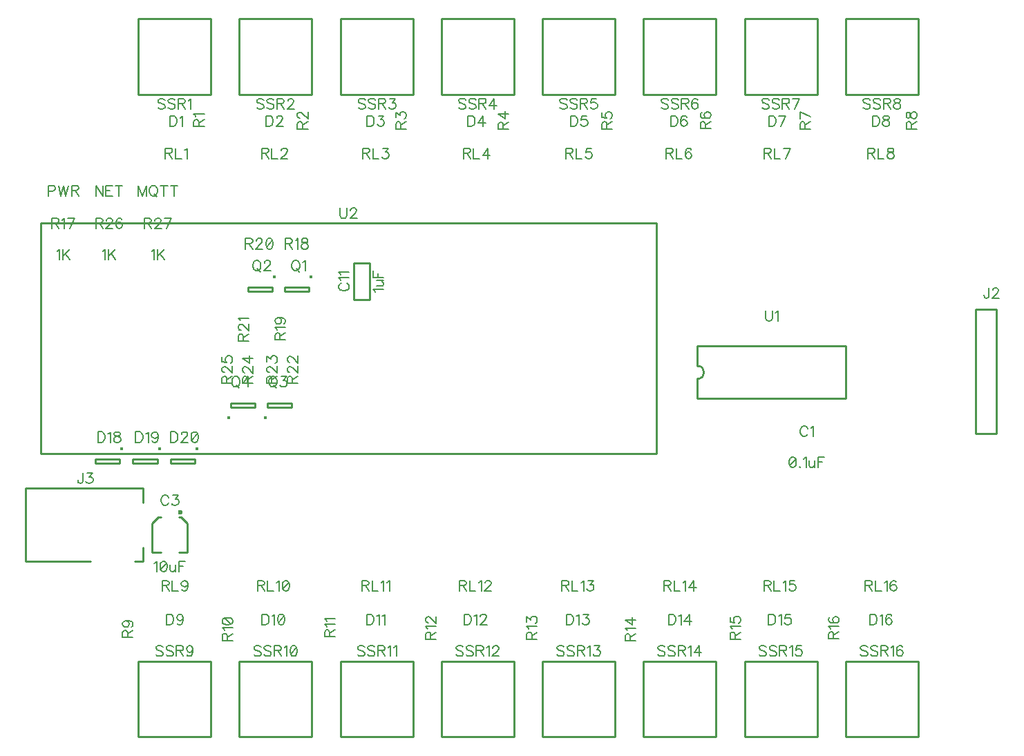
<source format=gbr>
G04 DipTrace 3.3.1.3*
G04 TopSilk.gbr*
%MOIN*%
G04 #@! TF.FileFunction,Legend,Top*
G04 #@! TF.Part,Single*
%ADD10C,0.009843*%
%ADD21C,0.023616*%
%ADD24C,0.015404*%
%ADD69C,0.00772*%
%FSLAX26Y26*%
G04*
G70*
G90*
G75*
G01*
G04 TopSilk*
%LPD*%
X1147937Y1246368D2*
D10*
X1106596D1*
X1147937D2*
Y1386106D1*
X1118413Y1415645D2*
X1147937Y1386106D1*
X1118413Y1415645D2*
X1106596D1*
X1019987Y1246368D2*
X978646D1*
Y1386106D1*
X1008170Y1415645D2*
X978646Y1386106D1*
X1019987Y1415645D2*
X1008170D1*
D21*
X1114477Y1437306D3*
X2026047Y2641362D2*
D10*
X1950929D1*
Y2466087D1*
X2026047D1*
Y2641362D1*
D24*
X831098Y1746209D3*
X821898Y1696067D2*
D10*
X703793D1*
Y1676382D1*
X821898D1*
Y1696067D1*
D24*
X1012349Y1746209D3*
X1003148Y1696067D2*
D10*
X885043D1*
Y1676382D1*
X1003148D1*
Y1696067D1*
D24*
X1193598Y1746209D3*
X1184398Y1696067D2*
D10*
X1066293D1*
Y1676382D1*
X1184398D1*
Y1696067D1*
X5049662Y2420351D2*
X4949660D1*
Y1820405D1*
X5049662D1*
Y2420351D1*
X366441Y1555417D2*
Y1201068D1*
X681391D1*
X894020D2*
X933375D1*
Y1269978D1*
Y1486507D2*
Y1555417D1*
X366441D1*
D24*
X1743747Y2574063D3*
X1734546Y2523921D2*
D10*
X1616441D1*
Y2504236D1*
X1734546D1*
Y2523921D1*
D24*
X1566581Y2574063D3*
X1557380Y2523921D2*
D10*
X1439276D1*
Y2504236D1*
X1557380D1*
Y2523921D1*
D24*
X1524568Y1895039D3*
X1533769Y1945181D2*
D10*
X1651874D1*
Y1964866D1*
X1533769D1*
Y1945181D1*
D24*
X1347403Y1895039D3*
X1356604Y1945181D2*
D10*
X1474709D1*
Y1964866D1*
X1356604D1*
Y1945181D1*
X910634Y3820615D2*
X1260634D1*
Y3455613D1*
X910634D1*
Y3820615D1*
X1398134D2*
X1748134D1*
Y3455613D1*
X1398134D1*
Y3820615D1*
X1887740Y3820635D2*
X2237740D1*
Y3455633D1*
X1887740D1*
Y3820635D1*
X2373134D2*
X2723134D1*
Y3455633D1*
X2373134D1*
Y3820635D1*
X2860634D2*
X3210634D1*
Y3455633D1*
X2860634D1*
Y3820635D1*
X3348134D2*
X3698134D1*
Y3455633D1*
X3348134D1*
Y3820635D1*
X3835634D2*
X4185634D1*
Y3455633D1*
X3835634D1*
Y3820635D1*
X4323134D2*
X4673134D1*
Y3455633D1*
X4323134D1*
Y3820635D1*
X1260614Y353979D2*
X910614D1*
Y718981D1*
X1260614D1*
Y353979D1*
X1748134D2*
X1398134D1*
Y718981D1*
X1748134D1*
Y353979D1*
X2237740D2*
X1887740D1*
Y718981D1*
X2237740D1*
Y353979D1*
X2723134D2*
X2373134D1*
Y718981D1*
X2723134D1*
Y353979D1*
X3210614D2*
X2860614D1*
Y718981D1*
X3210614D1*
Y353979D1*
X3698134D2*
X3348134D1*
Y718981D1*
X3698134D1*
Y353979D1*
X4185614D2*
X3835614D1*
Y718981D1*
X4185614D1*
Y353979D1*
X4673134D2*
X4323134D1*
Y718981D1*
X4673134D1*
Y353979D1*
X3608783Y1988489D2*
X4325280D1*
X3608783Y2240456D2*
X4325280D1*
Y1988489D2*
Y2240456D1*
X3608783Y1988489D2*
Y2082965D1*
Y2145980D2*
Y2240456D1*
Y2082965D2*
G03X3608783Y2145980I-53J31507D01*
G01*
X3411323Y2834945D2*
X438882D1*
Y1722740D1*
X3411323D1*
Y2834945D1*
X4140345Y1843080D2*
D69*
X4137968Y1847833D1*
X4133160Y1852642D1*
X4128406Y1855018D1*
X4118845D1*
X4114036Y1852642D1*
X4109283Y1847833D1*
X4106851Y1843080D1*
X4104475Y1835895D1*
Y1823902D1*
X4106851Y1816772D1*
X4109283Y1811963D1*
X4114036Y1807210D1*
X4118845Y1804778D1*
X4128406D1*
X4133160Y1807210D1*
X4137968Y1811963D1*
X4140345Y1816772D1*
X4155784Y1845401D2*
X4160592Y1847833D1*
X4167777Y1854963D1*
Y1804778D1*
X4065757Y1705726D2*
X4058572Y1703350D1*
X4053764Y1696165D1*
X4051387Y1684226D1*
Y1677041D1*
X4053764Y1665103D1*
X4058572Y1657918D1*
X4065757Y1655541D1*
X4070511D1*
X4077696Y1657918D1*
X4082449Y1665103D1*
X4084881Y1677041D1*
Y1684226D1*
X4082449Y1696165D1*
X4077696Y1703350D1*
X4070511Y1705726D1*
X4065757D1*
X4082449Y1696165D2*
X4053764Y1665103D1*
X4102697Y1660350D2*
X4100320Y1657918D1*
X4102697Y1655541D1*
X4105128Y1657918D1*
X4102697Y1660350D1*
X4120568Y1696165D2*
X4125376Y1698596D1*
X4132561Y1705726D1*
Y1655541D1*
X4148000Y1689035D2*
Y1665103D1*
X4150377Y1657973D1*
X4155185Y1655541D1*
X4162370D1*
X4167124Y1657973D1*
X4174309Y1665103D1*
Y1689035D2*
Y1655541D1*
X4220865Y1705781D2*
X4189748D1*
Y1655541D1*
Y1681850D2*
X4208871D1*
X1056760Y1510413D2*
X1054383Y1515167D1*
X1049575Y1519975D1*
X1044822Y1522352D1*
X1035260D1*
X1030452Y1519975D1*
X1025699Y1515167D1*
X1023267Y1510413D1*
X1020890Y1503228D1*
Y1491235D1*
X1023267Y1484105D1*
X1025699Y1479297D1*
X1030452Y1474544D1*
X1035260Y1472112D1*
X1044822D1*
X1049575Y1474544D1*
X1054383Y1479297D1*
X1056760Y1484105D1*
X1077008Y1522296D2*
X1103261D1*
X1088946Y1503173D1*
X1096131D1*
X1100884Y1500797D1*
X1103261Y1498420D1*
X1105693Y1491235D1*
Y1486482D1*
X1103261Y1479297D1*
X1098508Y1474488D1*
X1091323Y1472112D1*
X1084137D1*
X1077008Y1474488D1*
X1074631Y1476920D1*
X1072199Y1481673D1*
X988677Y1193212D2*
X993485Y1195644D1*
X1000670Y1202773D1*
Y1152589D1*
X1030479Y1202773D2*
X1023294Y1200397D1*
X1018486Y1193212D1*
X1016109Y1181274D1*
Y1174089D1*
X1018486Y1162150D1*
X1023294Y1154965D1*
X1030479Y1152589D1*
X1035233D1*
X1042418Y1154965D1*
X1047171Y1162150D1*
X1049603Y1174089D1*
Y1181274D1*
X1047171Y1193212D1*
X1042418Y1200397D1*
X1035233Y1202773D1*
X1030479D1*
X1047171Y1193212D2*
X1018486Y1162150D1*
X1065042Y1186082D2*
Y1162150D1*
X1067418Y1155021D1*
X1072227Y1152589D1*
X1079412D1*
X1084165Y1155021D1*
X1091350Y1162150D1*
Y1186082D2*
Y1152589D1*
X1137906Y1202829D2*
X1106789D1*
Y1152589D1*
Y1178897D2*
X1125913D1*
X1889644Y2544227D2*
X1884891Y2541850D1*
X1880083Y2537042D1*
X1877706Y2532289D1*
Y2522727D1*
X1880083Y2517918D1*
X1884891Y2513165D1*
X1889644Y2510733D1*
X1896829Y2508357D1*
X1908823D1*
X1915953Y2510733D1*
X1920761Y2513165D1*
X1925514Y2517918D1*
X1927946Y2522727D1*
Y2532288D1*
X1925514Y2537042D1*
X1920761Y2541850D1*
X1915953Y2544227D1*
X1887323Y2559666D2*
X1884891Y2564474D1*
X1877761Y2571659D1*
X1927946D1*
X1887323Y2587099D2*
X1884891Y2591907D1*
X1877761Y2599092D1*
X1927946D1*
X2052623Y2503576D2*
X2050191Y2508384D1*
X2043061Y2515570D1*
X2093246Y2515569D1*
X2059753Y2531009D2*
X2083684D1*
X2090814Y2533385D1*
X2093246Y2538194D1*
Y2545379D1*
X2090814Y2550132D1*
X2083684Y2557317D1*
X2059753D2*
X2093246D1*
X2043006Y2603873D2*
Y2572756D1*
X2093246D1*
X2066938D2*
Y2591879D1*
X1063439Y3353001D2*
Y3302761D1*
X1080185D1*
X1087370Y3305193D1*
X1092179Y3309946D1*
X1094555Y3314755D1*
X1096932Y3321885D1*
Y3333878D1*
X1094555Y3341063D1*
X1092179Y3345816D1*
X1087370Y3350625D1*
X1080185Y3353001D1*
X1063439D1*
X1112371Y3343384D2*
X1117180Y3345816D1*
X1124365Y3352946D1*
Y3302761D1*
X1527689Y3353001D2*
Y3302761D1*
X1544435D1*
X1551620Y3305193D1*
X1556429Y3309946D1*
X1558805Y3314755D1*
X1561182Y3321885D1*
Y3333878D1*
X1558805Y3341063D1*
X1556429Y3345816D1*
X1551620Y3350625D1*
X1544435Y3353001D1*
X1527689D1*
X1579053Y3341008D2*
Y3343384D1*
X1581430Y3348193D1*
X1583806Y3350569D1*
X1588615Y3352946D1*
X1598176D1*
X1602929Y3350569D1*
X1605306Y3348193D1*
X1607738Y3343384D1*
Y3338631D1*
X1605306Y3333823D1*
X1600553Y3326693D1*
X1576621Y3302761D1*
X1610115D1*
X2015189Y3353000D2*
Y3302760D1*
X2031935D1*
X2039120Y3305192D1*
X2043929Y3309945D1*
X2046305Y3314753D1*
X2048682Y3321883D1*
Y3333877D1*
X2046305Y3341062D1*
X2043929Y3345815D1*
X2039120Y3350623D1*
X2031935Y3353000D1*
X2015189D1*
X2068930Y3352945D2*
X2095183D1*
X2080868Y3333821D1*
X2088053D1*
X2092806Y3331445D1*
X2095183Y3329068D1*
X2097615Y3321883D1*
Y3317130D1*
X2095183Y3309945D1*
X2090429Y3305137D1*
X2083244Y3302760D1*
X2076059D1*
X2068930Y3305137D1*
X2066553Y3307568D1*
X2064121Y3312322D1*
X2501500Y3353001D2*
Y3302761D1*
X2518247D1*
X2525432Y3305193D1*
X2530240Y3309946D1*
X2532617Y3314755D1*
X2534994Y3321885D1*
Y3333878D1*
X2532617Y3341063D1*
X2530240Y3345816D1*
X2525432Y3350625D1*
X2518247Y3353001D1*
X2501500D1*
X2574365Y3302761D2*
Y3352946D1*
X2550433Y3319508D1*
X2586303D1*
X2996439Y3353001D2*
Y3302761D1*
X3013186D1*
X3020371Y3305193D1*
X3025179Y3309946D1*
X3027556Y3314755D1*
X3029933Y3321885D1*
Y3333878D1*
X3027556Y3341063D1*
X3025179Y3345816D1*
X3020371Y3350625D1*
X3013186Y3353001D1*
X2996439D1*
X3074057Y3352946D2*
X3050180D1*
X3047804Y3331446D1*
X3050180Y3333823D1*
X3057365Y3336255D1*
X3064495D1*
X3071680Y3333823D1*
X3076489Y3329070D1*
X3078865Y3321885D1*
Y3317131D1*
X3076489Y3309946D1*
X3071680Y3305138D1*
X3064495Y3302761D1*
X3057365D1*
X3050180Y3305138D1*
X3047804Y3307570D1*
X3045372Y3312323D1*
X3478905Y3353001D2*
Y3302761D1*
X3495651D1*
X3502836Y3305193D1*
X3507645Y3309946D1*
X3510021Y3314755D1*
X3512398Y3321885D1*
Y3333878D1*
X3510021Y3341063D1*
X3507645Y3345816D1*
X3502836Y3350625D1*
X3495651Y3353001D1*
X3478905D1*
X3556522Y3345816D2*
X3554145Y3350569D1*
X3546960Y3352946D1*
X3542207D1*
X3535022Y3350569D1*
X3530214Y3343384D1*
X3527837Y3331446D1*
Y3319508D1*
X3530214Y3309946D1*
X3535022Y3305138D1*
X3542207Y3302761D1*
X3544584D1*
X3551714Y3305138D1*
X3556522Y3309946D1*
X3558899Y3317131D1*
Y3319508D1*
X3556522Y3326693D1*
X3551714Y3331446D1*
X3544584Y3333823D1*
X3542207D1*
X3535022Y3331446D1*
X3530214Y3326693D1*
X3527837Y3319508D1*
X3952689Y3353000D2*
Y3302760D1*
X3969435D1*
X3976620Y3305192D1*
X3981429Y3309945D1*
X3983805Y3314753D1*
X3986182Y3321883D1*
Y3333877D1*
X3983805Y3341062D1*
X3981429Y3345815D1*
X3976620Y3350623D1*
X3969435Y3353000D1*
X3952689D1*
X4011183Y3302760D2*
X4035115Y3352945D1*
X4001621D1*
X4452716Y3353001D2*
Y3302761D1*
X4469463D1*
X4476648Y3305193D1*
X4481456Y3309946D1*
X4483833Y3314755D1*
X4486210Y3321885D1*
Y3333878D1*
X4483833Y3341063D1*
X4481456Y3345816D1*
X4476648Y3350625D1*
X4469463Y3353001D1*
X4452716D1*
X4513587Y3352946D2*
X4506457Y3350569D1*
X4504025Y3345816D1*
Y3341008D1*
X4506457Y3336255D1*
X4511210Y3333823D1*
X4520772Y3331446D1*
X4527957Y3329070D1*
X4532710Y3324261D1*
X4535087Y3319508D1*
Y3312323D1*
X4532710Y3307570D1*
X4530334Y3305138D1*
X4523149Y3302761D1*
X4513587D1*
X4506457Y3305138D1*
X4504025Y3307570D1*
X4501649Y3312323D1*
Y3319508D1*
X4504025Y3324261D1*
X4508834Y3329070D1*
X4515964Y3331446D1*
X4525525Y3333823D1*
X4530334Y3336255D1*
X4532710Y3341008D1*
Y3345816D1*
X4530334Y3350569D1*
X4523149Y3352946D1*
X4513587D1*
X1047628Y946751D2*
Y896511D1*
X1064374D1*
X1071559Y898942D1*
X1076368Y903696D1*
X1078744Y908504D1*
X1081121Y915634D1*
Y927627D1*
X1078744Y934812D1*
X1076368Y939566D1*
X1071559Y944374D1*
X1064374Y946751D1*
X1047628D1*
X1127677Y930004D2*
X1125245Y922819D1*
X1120492Y918010D1*
X1113307Y915634D1*
X1110930D1*
X1103745Y918010D1*
X1098992Y922819D1*
X1096560Y930004D1*
Y932381D1*
X1098992Y939566D1*
X1103745Y944319D1*
X1110930Y946695D1*
X1113307D1*
X1120492Y944319D1*
X1125245Y939566D1*
X1127677Y930004D1*
Y918010D1*
X1125245Y906072D1*
X1120492Y898887D1*
X1113307Y896511D1*
X1108554D1*
X1101369Y898887D1*
X1098992Y903696D1*
X1507732Y946751D2*
Y896511D1*
X1524479D1*
X1531664Y898942D1*
X1536472Y903696D1*
X1538849Y908504D1*
X1541225Y915634D1*
Y927627D1*
X1538849Y934812D1*
X1536472Y939566D1*
X1531664Y944374D1*
X1524479Y946751D1*
X1507732D1*
X1556665Y937134D2*
X1561473Y939566D1*
X1568658Y946695D1*
Y896511D1*
X1598467Y946695D2*
X1591282Y944319D1*
X1586474Y937134D1*
X1584097Y925196D1*
Y918010D1*
X1586474Y906072D1*
X1591282Y898887D1*
X1598467Y896511D1*
X1603221D1*
X1610406Y898887D1*
X1615159Y906072D1*
X1617591Y918010D1*
Y925196D1*
X1615159Y937134D1*
X1610406Y944319D1*
X1603221Y946695D1*
X1598467D1*
X1615159Y937134D2*
X1586474Y906072D1*
X2012222Y946751D2*
Y896511D1*
X2028969D1*
X2036154Y898942D1*
X2040962Y903696D1*
X2043339Y908504D1*
X2045716Y915634D1*
Y927627D1*
X2043339Y934812D1*
X2040962Y939566D1*
X2036154Y944374D1*
X2028969Y946751D1*
X2012222D1*
X2061155Y937134D2*
X2065963Y939566D1*
X2073148Y946695D1*
Y896511D1*
X2088587Y937134D2*
X2093396Y939566D1*
X2100581Y946695D1*
Y896511D1*
X2482723Y946751D2*
Y896511D1*
X2499470D1*
X2506655Y898942D1*
X2511463Y903696D1*
X2513840Y908504D1*
X2516216Y915634D1*
Y927627D1*
X2513840Y934812D1*
X2511463Y939566D1*
X2506655Y944374D1*
X2499470Y946751D1*
X2482723D1*
X2531655Y937134D2*
X2536464Y939566D1*
X2543649Y946695D1*
Y896511D1*
X2561520Y934757D2*
Y937134D1*
X2563897Y941942D1*
X2566273Y944319D1*
X2571082Y946695D1*
X2580643D1*
X2585397Y944319D1*
X2587773Y941942D1*
X2590205Y937134D1*
Y932381D1*
X2587773Y927572D1*
X2583020Y920442D1*
X2559088Y896511D1*
X2592582D1*
X2976472Y946751D2*
Y896511D1*
X2993219D1*
X3000404Y898942D1*
X3005212Y903696D1*
X3007589Y908504D1*
X3009966Y915634D1*
Y927627D1*
X3007589Y934812D1*
X3005212Y939566D1*
X3000404Y944374D1*
X2993219Y946751D1*
X2976472D1*
X3025405Y937134D2*
X3030213Y939566D1*
X3037398Y946695D1*
Y896511D1*
X3057646Y946695D2*
X3083899D1*
X3069584Y927572D1*
X3076769D1*
X3081522Y925196D1*
X3083899Y922819D1*
X3086331Y915634D1*
Y910881D1*
X3083899Y903696D1*
X3079146Y898887D1*
X3071961Y896511D1*
X3064776D1*
X3057646Y898887D1*
X3055269Y901319D1*
X3052838Y906072D1*
X3469044Y946751D2*
Y896511D1*
X3485790D1*
X3492976Y898942D1*
X3497784Y903696D1*
X3500161Y908504D1*
X3502537Y915634D1*
Y927627D1*
X3500161Y934812D1*
X3497784Y939566D1*
X3492976Y944374D1*
X3485790Y946751D1*
X3469044D1*
X3517976Y937134D2*
X3522785Y939566D1*
X3529970Y946695D1*
Y896511D1*
X3569341D2*
Y946695D1*
X3545409Y913257D1*
X3581279D1*
X3951472Y946751D2*
Y896511D1*
X3968219D1*
X3975404Y898942D1*
X3980212Y903696D1*
X3982589Y908504D1*
X3984966Y915634D1*
Y927627D1*
X3982589Y934812D1*
X3980212Y939566D1*
X3975404Y944374D1*
X3968219Y946751D1*
X3951472D1*
X4000405Y937134D2*
X4005213Y939566D1*
X4012398Y946695D1*
Y896511D1*
X4056522Y946695D2*
X4032646D1*
X4030269Y925196D1*
X4032646Y927572D1*
X4039831Y930004D1*
X4046961D1*
X4054146Y927572D1*
X4058954Y922819D1*
X4061331Y915634D1*
Y910881D1*
X4058954Y903696D1*
X4054146Y898887D1*
X4046961Y896511D1*
X4039831D1*
X4032646Y898887D1*
X4030269Y901319D1*
X4027838Y906072D1*
X4440208Y946751D2*
Y896511D1*
X4456955D1*
X4464140Y898942D1*
X4468948Y903696D1*
X4471325Y908504D1*
X4473701Y915634D1*
Y927627D1*
X4471325Y934812D1*
X4468948Y939566D1*
X4464140Y944374D1*
X4456955Y946751D1*
X4440208D1*
X4489140Y937134D2*
X4493949Y939566D1*
X4501134Y946695D1*
Y896511D1*
X4545258Y939566D2*
X4542881Y944319D1*
X4535696Y946695D1*
X4530943D1*
X4523758Y944319D1*
X4518950Y937134D1*
X4516573Y925196D1*
Y913257D1*
X4518950Y903696D1*
X4523758Y898887D1*
X4530943Y896511D1*
X4533320D1*
X4540450Y898887D1*
X4545258Y903696D1*
X4547635Y910881D1*
Y913257D1*
X4545258Y920442D1*
X4540450Y925196D1*
X4533320Y927572D1*
X4530943D1*
X4523758Y925196D1*
X4518950Y920442D1*
X4516573Y913257D1*
X716395Y1827143D2*
Y1776903D1*
X733142D1*
X740327Y1779335D1*
X745135Y1784088D1*
X747512Y1788897D1*
X749888Y1796026D1*
Y1808020D1*
X747512Y1815205D1*
X745135Y1819958D1*
X740327Y1824766D1*
X733142Y1827143D1*
X716395D1*
X765327Y1817526D2*
X770136Y1819958D1*
X777321Y1827088D1*
Y1776903D1*
X804698Y1827088D2*
X797569Y1824711D1*
X795137Y1819958D1*
Y1815150D1*
X797569Y1810396D1*
X802322Y1807964D1*
X811883Y1805588D1*
X819069Y1803211D1*
X823822Y1798403D1*
X826198Y1793650D1*
Y1786465D1*
X823822Y1781711D1*
X821445Y1779280D1*
X814260Y1776903D1*
X804698D1*
X797569Y1779280D1*
X795137Y1781711D1*
X792760Y1786465D1*
Y1793650D1*
X795137Y1798403D1*
X799945Y1803211D1*
X807075Y1805588D1*
X816637Y1807964D1*
X821445Y1810396D1*
X823822Y1815150D1*
Y1819958D1*
X821445Y1824711D1*
X814260Y1827088D1*
X804698D1*
X898806Y1827143D2*
Y1776903D1*
X915553D1*
X922738Y1779335D1*
X927546Y1784088D1*
X929923Y1788897D1*
X932300Y1796026D1*
Y1808020D1*
X929923Y1815205D1*
X927546Y1819958D1*
X922738Y1824766D1*
X915553Y1827143D1*
X898806D1*
X947739Y1817526D2*
X952547Y1819958D1*
X959732Y1827088D1*
Y1776903D1*
X1006288Y1810396D2*
X1003856Y1803211D1*
X999103Y1798403D1*
X991918Y1796026D1*
X989542D1*
X982357Y1798403D1*
X977603Y1803211D1*
X975172Y1810396D1*
Y1812773D1*
X977603Y1819958D1*
X982357Y1824711D1*
X989542Y1827088D1*
X991918D1*
X999103Y1824711D1*
X1003856Y1819958D1*
X1006288Y1810396D1*
Y1798403D1*
X1003856Y1786465D1*
X999103Y1779280D1*
X991918Y1776903D1*
X987165D1*
X979980Y1779280D1*
X977603Y1784088D1*
X1068117Y1827143D2*
Y1776903D1*
X1084864D1*
X1092049Y1779335D1*
X1096857Y1784088D1*
X1099234Y1788897D1*
X1101611Y1796026D1*
Y1808020D1*
X1099234Y1815205D1*
X1096857Y1819958D1*
X1092049Y1824766D1*
X1084864Y1827143D1*
X1068117D1*
X1119482Y1815150D2*
Y1817526D1*
X1121858Y1822335D1*
X1124235Y1824711D1*
X1129043Y1827088D1*
X1138605D1*
X1143358Y1824711D1*
X1145735Y1822335D1*
X1148167Y1817526D1*
Y1812773D1*
X1145735Y1807964D1*
X1140982Y1800835D1*
X1117050Y1776903D1*
X1150543D1*
X1180353Y1827088D2*
X1173168Y1824711D1*
X1168359Y1817526D1*
X1165983Y1805588D1*
Y1798403D1*
X1168359Y1786465D1*
X1173168Y1779280D1*
X1180353Y1776903D1*
X1185106D1*
X1192291Y1779280D1*
X1197044Y1786465D1*
X1199476Y1798403D1*
Y1805588D1*
X1197044Y1817526D1*
X1192291Y1824711D1*
X1185106Y1827088D1*
X1180353D1*
X1197044Y1817526D2*
X1168359Y1786465D1*
X5014620Y2522735D2*
Y2484488D1*
X5012244Y2477303D1*
X5009812Y2474927D1*
X5005059Y2472495D1*
X5000250D1*
X4995497Y2474927D1*
X4993120Y2477303D1*
X4990689Y2484488D1*
Y2489242D1*
X5032491Y2510741D2*
Y2513118D1*
X5034868Y2517926D1*
X5037245Y2520303D1*
X5042053Y2522680D1*
X5051615D1*
X5056368Y2520303D1*
X5058744Y2517926D1*
X5061176Y2513118D1*
Y2508365D1*
X5058744Y2503556D1*
X5053991Y2496427D1*
X5030060Y2472495D1*
X5063553D1*
X643311Y1628640D2*
Y1590394D1*
X640934Y1583209D1*
X638502Y1580832D1*
X633749Y1578400D1*
X628941D1*
X624187Y1580832D1*
X621811Y1583209D1*
X619379Y1590394D1*
Y1595147D1*
X663558Y1628585D2*
X689811D1*
X675497Y1609462D1*
X682682D1*
X687435Y1607085D1*
X689811Y1604709D1*
X692243Y1597524D1*
Y1592770D1*
X689811Y1585585D1*
X685058Y1580777D1*
X677873Y1578400D1*
X670688D1*
X663558Y1580777D1*
X661182Y1583209D1*
X658750Y1587962D1*
X949525Y2966196D2*
Y3016436D1*
X930402Y2966196D1*
X911278Y3016436D1*
Y2966196D1*
X979334Y3016436D2*
X974581Y3014114D1*
X969773Y3009306D1*
X967396Y3004497D1*
X964964Y2997312D1*
Y2985374D1*
X967396Y2978189D1*
X969773Y2973436D1*
X974581Y2968628D1*
X979334Y2966251D1*
X988896D1*
X993704Y2968628D1*
X998457Y2973436D1*
X1000834Y2978189D1*
X1003266Y2985374D1*
Y2997312D1*
X1000834Y3004497D1*
X998457Y3009306D1*
X993704Y3014114D1*
X988896Y3016436D1*
X979334D1*
X986519Y2975813D2*
X1000834Y2961442D1*
X1035452Y3016436D2*
Y2966196D1*
X1018705Y3016436D2*
X1052198D1*
X1084384D2*
Y2966196D1*
X1067638Y3016436D2*
X1101131D1*
X739014D2*
Y2966196D1*
X705521Y3016436D1*
Y2966196D1*
X785515Y3016436D2*
X754454D1*
Y2966196D1*
X785515D1*
X754454Y2992504D2*
X773577D1*
X817701Y3016436D2*
Y2966196D1*
X800954Y3016436D2*
X834448D1*
X476648Y2990127D2*
X498203D1*
X505332Y2992504D1*
X507764Y2994936D1*
X510141Y2999689D1*
Y3006874D1*
X507764Y3011627D1*
X505332Y3014059D1*
X498203Y3016436D1*
X476648D1*
Y2966196D1*
X525580Y3016436D2*
X537574Y2966196D1*
X549512Y3016436D1*
X561450Y2966196D1*
X573444Y3016436D1*
X588883Y2992504D2*
X610383D1*
X617568Y2994936D1*
X620000Y2997312D1*
X622376Y3002066D1*
Y3006874D1*
X620000Y3011627D1*
X617568Y3014059D1*
X610383Y3016436D1*
X588883D1*
Y2966196D1*
X605629Y2992504D2*
X622376Y2966196D1*
X1665448Y2654997D2*
X1660695Y2652676D1*
X1655886Y2647868D1*
X1653509Y2643059D1*
X1651078Y2635874D1*
Y2623936D1*
X1653509Y2616751D1*
X1655886Y2611998D1*
X1660695Y2607189D1*
X1665448Y2604813D1*
X1675009D1*
X1679818Y2607189D1*
X1684571Y2611998D1*
X1686948Y2616751D1*
X1689379Y2623936D1*
Y2635874D1*
X1686948Y2643059D1*
X1684571Y2647868D1*
X1679818Y2652676D1*
X1675009Y2654997D1*
X1665448D1*
X1672633Y2614374D2*
X1686948Y2600004D1*
X1704819Y2645380D2*
X1709627Y2647812D1*
X1716812Y2654942D1*
Y2604757D1*
X1477532Y2654997D2*
X1472779Y2652676D1*
X1467971Y2647868D1*
X1465594Y2643059D1*
X1463162Y2635874D1*
Y2623936D1*
X1465594Y2616751D1*
X1467971Y2611998D1*
X1472779Y2607189D1*
X1477532Y2604813D1*
X1487094D1*
X1491902Y2607189D1*
X1496656Y2611998D1*
X1499032Y2616751D1*
X1501464Y2623936D1*
Y2635874D1*
X1499032Y2643059D1*
X1496656Y2647868D1*
X1491902Y2652676D1*
X1487094Y2654997D1*
X1477532D1*
X1484717Y2614374D2*
X1499032Y2600004D1*
X1519335Y2643004D2*
Y2645380D1*
X1521712Y2650189D1*
X1524088Y2652565D1*
X1528897Y2654942D1*
X1538458D1*
X1543212Y2652565D1*
X1545588Y2650189D1*
X1548020Y2645380D1*
Y2640627D1*
X1545588Y2635819D1*
X1540835Y2628689D1*
X1516903Y2604757D1*
X1550397D1*
X1555123Y2094192D2*
X1550370Y2091870D1*
X1545561Y2087062D1*
X1543185Y2082253D1*
X1540753Y2075068D1*
Y2063130D1*
X1543185Y2055945D1*
X1545561Y2051192D1*
X1550370Y2046383D1*
X1555123Y2044007D1*
X1564685D1*
X1569493Y2046383D1*
X1574246Y2051192D1*
X1576623Y2055945D1*
X1579055Y2063130D1*
Y2075068D1*
X1576623Y2082253D1*
X1574246Y2087062D1*
X1569493Y2091870D1*
X1564685Y2094192D1*
X1555123D1*
X1562308Y2053568D2*
X1576623Y2039198D1*
X1599302Y2094136D2*
X1625555D1*
X1611241Y2075013D1*
X1618426D1*
X1623179Y2072636D1*
X1625555Y2070260D1*
X1627987Y2063075D1*
Y2058322D1*
X1625555Y2051137D1*
X1620802Y2046328D1*
X1613617Y2043952D1*
X1606432D1*
X1599302Y2046328D1*
X1596926Y2048760D1*
X1594494Y2053513D1*
X1376769Y2094192D2*
X1372016Y2091870D1*
X1367208Y2087062D1*
X1364831Y2082253D1*
X1362399Y2075068D1*
Y2063130D1*
X1364831Y2055945D1*
X1367208Y2051192D1*
X1372016Y2046383D1*
X1376769Y2044007D1*
X1386331D1*
X1391139Y2046383D1*
X1395893Y2051192D1*
X1398269Y2055945D1*
X1400701Y2063130D1*
Y2075068D1*
X1398269Y2082253D1*
X1395893Y2087062D1*
X1391139Y2091870D1*
X1386331Y2094192D1*
X1376769D1*
X1383954Y2053568D2*
X1398269Y2039198D1*
X1440072Y2043952D2*
Y2094136D1*
X1416140Y2060698D1*
X1452010D1*
X1202681Y3301136D2*
Y3322635D1*
X1200249Y3329820D1*
X1197873Y3332252D1*
X1193120Y3334629D1*
X1188311D1*
X1183558Y3332252D1*
X1181126Y3329820D1*
X1178749Y3322635D1*
Y3301136D1*
X1228989D1*
X1202681Y3317882D2*
X1228989Y3334629D1*
X1188366Y3350068D2*
X1185934Y3354876D1*
X1178805Y3362062D1*
X1228989Y3362061D1*
X1702701Y3290386D2*
Y3311885D1*
X1700269Y3319070D1*
X1697892Y3321502D1*
X1693139Y3323879D1*
X1688331D1*
X1683578Y3321502D1*
X1681146Y3319070D1*
X1678769Y3311885D1*
Y3290386D1*
X1729009D1*
X1702701Y3307132D2*
X1729009Y3323879D1*
X1690763Y3341750D2*
X1688386D1*
X1683578Y3344127D1*
X1681201Y3346503D1*
X1678824Y3351312D1*
Y3360873D1*
X1681201Y3365626D1*
X1683578Y3368003D1*
X1688386Y3370435D1*
X1693139D1*
X1697948Y3368003D1*
X1705077Y3363250D1*
X1729009Y3339318D1*
Y3372811D1*
X2177701Y3290386D2*
Y3311885D1*
X2175269Y3319070D1*
X2172892Y3321502D1*
X2168139Y3323879D1*
X2163331D1*
X2158578Y3321502D1*
X2156146Y3319070D1*
X2153769Y3311885D1*
Y3290386D1*
X2204009D1*
X2177701Y3307132D2*
X2204009Y3323879D1*
X2153824Y3344127D2*
Y3370380D1*
X2172948Y3356065D1*
Y3363250D1*
X2175324Y3368003D1*
X2177701Y3370380D1*
X2184886Y3372811D1*
X2189639D1*
X2196824Y3370380D1*
X2201633Y3365626D1*
X2204009Y3358441D1*
Y3351256D1*
X2201633Y3344127D1*
X2199201Y3341750D1*
X2194447Y3339318D1*
X2671441Y3289197D2*
Y3310697D1*
X2669009Y3317882D1*
X2666633Y3320314D1*
X2661879Y3322691D1*
X2657071D1*
X2652318Y3320314D1*
X2649886Y3317882D1*
X2647509Y3310697D1*
Y3289197D1*
X2697749D1*
X2671441Y3305944D2*
X2697749Y3322691D1*
Y3362061D2*
X2647565Y3362062D1*
X2681003Y3338130D1*
Y3374000D1*
X3171430Y3290386D2*
Y3311885D1*
X3168999Y3319070D1*
X3166622Y3321502D1*
X3161869Y3323879D1*
X3157060D1*
X3152307Y3321502D1*
X3149875Y3319070D1*
X3147499Y3311885D1*
Y3290386D1*
X3197739D1*
X3171430Y3307132D2*
X3197739Y3323879D1*
X3147554Y3368003D2*
Y3344127D1*
X3169054Y3341750D1*
X3166677Y3344127D1*
X3164245Y3351312D1*
Y3358441D1*
X3166677Y3365626D1*
X3171430Y3370435D1*
X3178616Y3372811D1*
X3183369D1*
X3190554Y3370435D1*
X3195362Y3365626D1*
X3197739Y3358441D1*
Y3351312D1*
X3195362Y3344127D1*
X3192930Y3341750D1*
X3188177Y3339318D1*
X3646432Y3291602D2*
Y3313101D1*
X3644000Y3320286D1*
X3641623Y3322718D1*
X3636870Y3325095D1*
X3632062D1*
X3627309Y3322718D1*
X3624877Y3320286D1*
X3622500Y3313101D1*
Y3291602D1*
X3672740D1*
X3646432Y3308348D2*
X3672740Y3325095D1*
X3629685Y3369219D2*
X3624932Y3366842D1*
X3622555Y3359657D1*
Y3354904D1*
X3624932Y3347719D1*
X3632117Y3342911D1*
X3644055Y3340534D1*
X3655993D1*
X3665555Y3342911D1*
X3670363Y3347719D1*
X3672740Y3354904D1*
Y3357281D1*
X3670363Y3364410D1*
X3665555Y3369219D1*
X3658370Y3371595D1*
X3655993D1*
X3648808Y3369219D1*
X3644055Y3364410D1*
X3641679Y3357281D1*
Y3354904D1*
X3644055Y3347719D1*
X3648808Y3342911D1*
X3655993Y3340534D1*
X4127681Y3290386D2*
Y3311885D1*
X4125249Y3319070D1*
X4122873Y3321502D1*
X4118120Y3323879D1*
X4113311D1*
X4108558Y3321502D1*
X4106126Y3319070D1*
X4103749Y3311885D1*
Y3290386D1*
X4153989D1*
X4127681Y3307132D2*
X4153989Y3323879D1*
Y3348880D2*
X4103805Y3372811D1*
Y3339318D1*
X4640181Y3290413D2*
Y3311913D1*
X4637749Y3319098D1*
X4635373Y3321530D1*
X4630620Y3323907D1*
X4625811D1*
X4621058Y3321530D1*
X4618626Y3319098D1*
X4616249Y3311913D1*
Y3290413D1*
X4666489D1*
X4640181Y3307160D2*
X4666489Y3323906D1*
X4616305Y3351284D2*
X4618681Y3344154D1*
X4623434Y3341722D1*
X4628243D1*
X4632996Y3344154D1*
X4635428Y3348907D1*
X4637805Y3358469D1*
X4640181Y3365654D1*
X4644990Y3370407D1*
X4649743Y3372784D1*
X4656928D1*
X4661681Y3370407D1*
X4664113Y3368031D1*
X4666489Y3360846D1*
Y3351284D1*
X4664113Y3344154D1*
X4661681Y3341722D1*
X4656928Y3339346D1*
X4649743D1*
X4644990Y3341722D1*
X4640181Y3346531D1*
X4637805Y3353661D1*
X4635428Y3363222D1*
X4632996Y3368031D1*
X4628243Y3370407D1*
X4623434D1*
X4618681Y3368031D1*
X4616305Y3360846D1*
Y3351284D1*
X858932Y835128D2*
Y856628D1*
X856500Y863813D1*
X854123Y866244D1*
X849370Y868621D1*
X844562D1*
X839809Y866244D1*
X837377Y863813D1*
X835000Y856628D1*
Y835128D1*
X885240D1*
X858932Y851874D2*
X885240Y868621D1*
X851747Y915177D2*
X858932Y912745D1*
X863740Y907992D1*
X866117Y900807D1*
Y898430D1*
X863740Y891245D1*
X858932Y886492D1*
X851747Y884060D1*
X849370D1*
X842185Y886492D1*
X837432Y891245D1*
X835055Y898430D1*
Y900807D1*
X837432Y907992D1*
X842185Y912745D1*
X851747Y915177D1*
X863740D1*
X875678Y912745D1*
X882863Y907992D1*
X885240Y900807D1*
Y896054D1*
X882863Y888869D1*
X878055Y886492D1*
X1340181Y820223D2*
Y841723D1*
X1337749Y848908D1*
X1335373Y851340D1*
X1330620Y853716D1*
X1325811D1*
X1321058Y851340D1*
X1318626Y848908D1*
X1316249Y841723D1*
Y820223D1*
X1366489D1*
X1340181Y836970D2*
X1366489Y853716D1*
X1325866Y869156D2*
X1323434Y873964D1*
X1316305Y881149D1*
X1366489D1*
X1316305Y910958D2*
X1318681Y903773D1*
X1325866Y898965D1*
X1337805Y896588D1*
X1344990D1*
X1356928Y898965D1*
X1364113Y903773D1*
X1366489Y910958D1*
Y915711D1*
X1364113Y922897D1*
X1356928Y927650D1*
X1344990Y930082D1*
X1337805D1*
X1325866Y927650D1*
X1318681Y922897D1*
X1316305Y915712D1*
Y910958D1*
X1325866Y927650D2*
X1356928Y898965D1*
X1833932Y837222D2*
Y858722D1*
X1831500Y865907D1*
X1829123Y868339D1*
X1824370Y870716D1*
X1819562D1*
X1814809Y868339D1*
X1812377Y865907D1*
X1810000Y858722D1*
Y837222D1*
X1860240D1*
X1833932Y853969D2*
X1860240Y870716D1*
X1819617Y886155D2*
X1817185Y890963D1*
X1810055Y898148D1*
X1860240D1*
X1819617Y913588D2*
X1817185Y918396D1*
X1810055Y925581D1*
X1860240D1*
X2321430Y826472D2*
Y847972D1*
X2318999Y855157D1*
X2316622Y857589D1*
X2311869Y859966D1*
X2307060D1*
X2302307Y857589D1*
X2299875Y855157D1*
X2297499Y847972D1*
Y826472D1*
X2347739D1*
X2321430Y843219D2*
X2347739Y859966D1*
X2307116Y875405D2*
X2304684Y880213D1*
X2297554Y887398D1*
X2347739D1*
X2309492Y905269D2*
X2307116D1*
X2302307Y907646D1*
X2299931Y910023D1*
X2297554Y914831D1*
Y924393D1*
X2299931Y929146D1*
X2302307Y931522D1*
X2307116Y933954D1*
X2311869D1*
X2316677Y931522D1*
X2323807Y926769D1*
X2347739Y902838D1*
Y936331D1*
X2808932Y826472D2*
Y847972D1*
X2806500Y855157D1*
X2804123Y857589D1*
X2799370Y859966D1*
X2794562D1*
X2789809Y857589D1*
X2787377Y855157D1*
X2785000Y847972D1*
Y826472D1*
X2835240D1*
X2808932Y843219D2*
X2835240Y859966D1*
X2794617Y875405D2*
X2792185Y880213D1*
X2785055Y887398D1*
X2835240D1*
X2785055Y907646D2*
Y933899D1*
X2804179Y919584D1*
Y926769D1*
X2806555Y931522D1*
X2808932Y933899D1*
X2816117Y936331D1*
X2820870D1*
X2828055Y933899D1*
X2832863Y929146D1*
X2835240Y921961D1*
Y914776D1*
X2832863Y907646D1*
X2830432Y905269D1*
X2825678Y902838D1*
X3283932Y819035D2*
Y840535D1*
X3281500Y847720D1*
X3279123Y850151D1*
X3274370Y852528D1*
X3269562D1*
X3264809Y850151D1*
X3262377Y847720D1*
X3260000Y840535D1*
Y819035D1*
X3310240D1*
X3283932Y835781D2*
X3310240Y852528D1*
X3269617Y867967D2*
X3267185Y872776D1*
X3260055Y879961D1*
X3310240D1*
Y919332D2*
X3260055D1*
X3293493Y895400D1*
Y931270D1*
X3790181Y826472D2*
Y847972D1*
X3787749Y855157D1*
X3785373Y857589D1*
X3780620Y859966D1*
X3775811D1*
X3771058Y857589D1*
X3768626Y855157D1*
X3766249Y847972D1*
Y826472D1*
X3816489D1*
X3790181Y843219D2*
X3816489Y859966D1*
X3775866Y875405D2*
X3773434Y880213D1*
X3766305Y887398D1*
X3816489D1*
X3766305Y931522D2*
Y907646D1*
X3787805Y905269D1*
X3785428Y907646D1*
X3782996Y914831D1*
Y921961D1*
X3785428Y929146D1*
X3790181Y933954D1*
X3797366Y936331D1*
X3802119D1*
X3809304Y933954D1*
X3814113Y929146D1*
X3816489Y921961D1*
Y914831D1*
X3814113Y907646D1*
X3811681Y905269D1*
X3806928Y902838D1*
X4265181Y827688D2*
Y849188D1*
X4262749Y856373D1*
X4260373Y858805D1*
X4255620Y861182D1*
X4250811D1*
X4246058Y858805D1*
X4243626Y856373D1*
X4241249Y849188D1*
Y827688D1*
X4291489D1*
X4265181Y844435D2*
X4291489Y861182D1*
X4250866Y876621D2*
X4248434Y881429D1*
X4241305Y888614D1*
X4291489D1*
X4248434Y932738D2*
X4243681Y930362D1*
X4241305Y923177D1*
Y918424D1*
X4243681Y911239D1*
X4250866Y906430D1*
X4262805Y904054D1*
X4274743D1*
X4284304Y906430D1*
X4289113Y911239D1*
X4291489Y918424D1*
Y920800D1*
X4289113Y927930D1*
X4284304Y932738D1*
X4277119Y935115D1*
X4274743D1*
X4267558Y932738D1*
X4262805Y927930D1*
X4260428Y920800D1*
Y918424D1*
X4262805Y911239D1*
X4267558Y906430D1*
X4274743Y904054D1*
X494582Y2835024D2*
X516082D1*
X523267Y2837456D1*
X525699Y2839832D1*
X528076Y2844585D1*
Y2849394D1*
X525699Y2854147D1*
X523267Y2856579D1*
X516082Y2858955D1*
X494582D1*
Y2808715D1*
X511329Y2835024D2*
X528076Y2808715D1*
X543515Y2849338D2*
X548324Y2851770D1*
X555509Y2858900D1*
Y2808715D1*
X580509D2*
X604441Y2858900D1*
X570948D1*
X519049Y2700102D2*
X523857Y2702533D1*
X531042Y2709663D1*
Y2659478D1*
X546482Y2709718D2*
Y2659478D1*
X579975Y2709718D2*
X546482Y2676225D1*
X558420Y2688219D2*
X579975Y2659478D1*
X1620594Y2736598D2*
X1642094D1*
X1649279Y2739030D1*
X1651711Y2741407D1*
X1654088Y2746160D1*
Y2750969D1*
X1651711Y2755722D1*
X1649279Y2758154D1*
X1642094Y2760530D1*
X1620594D1*
Y2710290D1*
X1637341Y2736598D2*
X1654088Y2710290D1*
X1669527Y2750913D2*
X1674335Y2753345D1*
X1681520Y2760475D1*
Y2710290D1*
X1708898Y2760475D2*
X1701768Y2758098D1*
X1699336Y2753345D1*
Y2748537D1*
X1701768Y2743783D1*
X1706521Y2741352D1*
X1716083Y2738975D1*
X1723268Y2736598D1*
X1728021Y2731790D1*
X1730398Y2727037D1*
Y2719852D1*
X1728021Y2715099D1*
X1725645Y2712667D1*
X1718460Y2710290D1*
X1708898D1*
X1701768Y2712667D1*
X1699336Y2715099D1*
X1696960Y2719852D1*
Y2727037D1*
X1699336Y2731790D1*
X1704145Y2736598D1*
X1711274Y2738975D1*
X1720836Y2741352D1*
X1725645Y2743783D1*
X1728021Y2748537D1*
Y2753345D1*
X1725645Y2758098D1*
X1718460Y2760475D1*
X1708898D1*
X1594709Y2271361D2*
Y2292861D1*
X1592277Y2300046D1*
X1589900Y2302478D1*
X1585147Y2304855D1*
X1580339D1*
X1575585Y2302478D1*
X1573154Y2300046D1*
X1570777Y2292861D1*
Y2271361D1*
X1621017D1*
X1594709Y2288108D2*
X1621017Y2304855D1*
X1580394Y2320294D2*
X1577962Y2325102D1*
X1570832Y2332287D1*
X1621017D1*
X1587524Y2378843D2*
X1594709Y2376412D1*
X1599517Y2371658D1*
X1601894Y2364473D1*
Y2362097D1*
X1599517Y2354912D1*
X1594709Y2350159D1*
X1587524Y2347727D1*
X1585147D1*
X1577962Y2350159D1*
X1573209Y2354912D1*
X1570832Y2362097D1*
Y2364473D1*
X1573209Y2371658D1*
X1577962Y2376412D1*
X1587524Y2378843D1*
X1599517D1*
X1611455Y2376412D1*
X1618640Y2371658D1*
X1621017Y2364473D1*
Y2359720D1*
X1618640Y2352535D1*
X1613832Y2350159D1*
X1428714Y2736598D2*
X1450214D1*
X1457399Y2739030D1*
X1459831Y2741407D1*
X1462208Y2746160D1*
Y2750969D1*
X1459831Y2755722D1*
X1457399Y2758154D1*
X1450214Y2760530D1*
X1428714D1*
Y2710290D1*
X1445461Y2736598D2*
X1462208Y2710290D1*
X1480079Y2748537D2*
Y2750913D1*
X1482455Y2755722D1*
X1484832Y2758098D1*
X1489641Y2760475D1*
X1499202D1*
X1503955Y2758098D1*
X1506332Y2755722D1*
X1508764Y2750913D1*
Y2746160D1*
X1506332Y2741352D1*
X1501579Y2734222D1*
X1477647Y2710290D1*
X1511140D1*
X1540950Y2760475D2*
X1533765Y2758098D1*
X1528956Y2750913D1*
X1526580Y2738975D1*
Y2731790D1*
X1528956Y2719852D1*
X1533765Y2712667D1*
X1540950Y2710290D1*
X1545703D1*
X1552888Y2712667D1*
X1557641Y2719852D1*
X1560073Y2731790D1*
Y2738975D1*
X1557641Y2750913D1*
X1552888Y2758098D1*
X1545703Y2760475D1*
X1540950D1*
X1557641Y2750913D2*
X1528956Y2719852D1*
X1417543Y2266236D2*
Y2287736D1*
X1415111Y2294921D1*
X1412735Y2297353D1*
X1407982Y2299729D1*
X1403173D1*
X1398420Y2297353D1*
X1395988Y2294921D1*
X1393612Y2287736D1*
Y2266236D1*
X1443852D1*
X1417543Y2282983D2*
X1443852Y2299729D1*
X1405605Y2317601D2*
X1403229D1*
X1398420Y2319977D1*
X1396043Y2322354D1*
X1393667Y2327162D1*
Y2336724D1*
X1396043Y2341477D1*
X1398420Y2343854D1*
X1403229Y2346285D1*
X1407982D1*
X1412790Y2343854D1*
X1419920Y2339100D1*
X1443852Y2315169D1*
Y2348662D1*
X1403229Y2364101D2*
X1400797Y2368910D1*
X1393667Y2376095D1*
X1443852D1*
X1653764Y2062573D2*
Y2084073D1*
X1651332Y2091258D1*
X1648955Y2093690D1*
X1644202Y2096066D1*
X1639394D1*
X1634641Y2093690D1*
X1632209Y2091258D1*
X1629832Y2084073D1*
Y2062573D1*
X1680072D1*
X1653764Y2079320D2*
X1680072Y2096066D1*
X1641826Y2113937D2*
X1639449D1*
X1634641Y2116314D1*
X1632264Y2118690D1*
X1629887Y2123499D1*
Y2133060D1*
X1632264Y2137814D1*
X1634641Y2140190D1*
X1639449Y2142622D1*
X1644202D1*
X1649011Y2140190D1*
X1656140Y2135437D1*
X1680072Y2111505D1*
Y2144999D1*
X1641826Y2162870D2*
X1639449D1*
X1634641Y2165246D1*
X1632264Y2167623D1*
X1629887Y2172431D1*
Y2181993D1*
X1632264Y2186746D1*
X1634641Y2189123D1*
X1639449Y2191555D1*
X1644202D1*
X1649011Y2189123D1*
X1656140Y2184370D1*
X1680072Y2160438D1*
Y2193931D1*
X1555339Y2062573D2*
Y2084073D1*
X1552907Y2091258D1*
X1550530Y2093690D1*
X1545777Y2096066D1*
X1540969D1*
X1536215Y2093690D1*
X1533783Y2091258D1*
X1531407Y2084073D1*
Y2062573D1*
X1581647D1*
X1555339Y2079320D2*
X1581647Y2096066D1*
X1543400Y2113937D2*
X1541024D1*
X1536215Y2116314D1*
X1533839Y2118690D1*
X1531462Y2123499D1*
Y2133060D1*
X1533839Y2137814D1*
X1536215Y2140190D1*
X1541024Y2142622D1*
X1545777D1*
X1550585Y2140190D1*
X1557715Y2135437D1*
X1581647Y2111505D1*
Y2144999D1*
X1531462Y2165246D2*
Y2191499D1*
X1550585Y2177185D1*
Y2184370D1*
X1552962Y2189123D1*
X1555339Y2191499D1*
X1562524Y2193931D1*
X1567277D1*
X1574462Y2191499D1*
X1579270Y2186746D1*
X1581647Y2179561D1*
Y2172376D1*
X1579270Y2165246D1*
X1576838Y2162870D1*
X1572085Y2160438D1*
X1437228Y2061385D2*
Y2082884D1*
X1434797Y2090069D1*
X1432420Y2092501D1*
X1427667Y2094878D1*
X1422858D1*
X1418105Y2092501D1*
X1415673Y2090069D1*
X1413297Y2082884D1*
Y2061385D1*
X1463537D1*
X1437228Y2078131D2*
X1463537Y2094878D1*
X1425290Y2112749D2*
X1422914D1*
X1418105Y2115126D1*
X1415729Y2117502D1*
X1413352Y2122311D1*
Y2131872D1*
X1415729Y2136625D1*
X1418105Y2139002D1*
X1422914Y2141434D1*
X1427667D1*
X1432475Y2139002D1*
X1439605Y2134249D1*
X1463537Y2110317D1*
Y2143810D1*
Y2183181D2*
X1413352D1*
X1446790Y2159250D1*
Y2195120D1*
X1338803Y2062573D2*
Y2084073D1*
X1336371Y2091258D1*
X1333995Y2093690D1*
X1329242Y2096066D1*
X1324433D1*
X1319680Y2093690D1*
X1317248Y2091258D1*
X1314871Y2084073D1*
Y2062573D1*
X1365111D1*
X1338803Y2079320D2*
X1365111Y2096066D1*
X1326865Y2113937D2*
X1324488D1*
X1319680Y2116314D1*
X1317303Y2118690D1*
X1314927Y2123499D1*
Y2133060D1*
X1317303Y2137814D1*
X1319680Y2140190D1*
X1324488Y2142622D1*
X1329242D1*
X1334050Y2140190D1*
X1341180Y2135437D1*
X1365111Y2111505D1*
Y2144999D1*
X1314927Y2189123D2*
Y2165246D1*
X1336427Y2162870D1*
X1334050Y2165246D1*
X1331618Y2172431D1*
Y2179561D1*
X1334050Y2186746D1*
X1338803Y2191555D1*
X1345988Y2193931D1*
X1350741D1*
X1357926Y2191555D1*
X1362735Y2186746D1*
X1365111Y2179561D1*
Y2172431D1*
X1362735Y2165246D1*
X1360303Y2162870D1*
X1355550Y2160438D1*
X705521Y2835024D2*
X727021D1*
X734206Y2837456D1*
X736638Y2839832D1*
X739014Y2844585D1*
Y2849394D1*
X736638Y2854147D1*
X734206Y2856579D1*
X727021Y2858955D1*
X705521D1*
Y2808715D1*
X722268Y2835024D2*
X739014Y2808715D1*
X756885Y2846962D2*
Y2849338D1*
X759262Y2854147D1*
X761639Y2856524D1*
X766447Y2858900D1*
X776009D1*
X780762Y2856524D1*
X783138Y2854147D1*
X785570Y2849338D1*
Y2844585D1*
X783138Y2839777D1*
X778385Y2832647D1*
X754454Y2808715D1*
X787947D1*
X832071Y2851770D2*
X829694Y2856524D1*
X822509Y2858900D1*
X817756D1*
X810571Y2856524D1*
X805763Y2849338D1*
X803386Y2837400D1*
Y2825462D1*
X805763Y2815900D1*
X810571Y2811092D1*
X817756Y2808715D1*
X820133D1*
X827263Y2811092D1*
X832071Y2815900D1*
X834448Y2823085D1*
Y2825462D1*
X832071Y2832647D1*
X827263Y2837400D1*
X820133Y2839777D1*
X817756D1*
X810571Y2837400D1*
X805763Y2832647D1*
X803386Y2825462D1*
X739521Y2700102D2*
X744330Y2702533D1*
X751515Y2709663D1*
Y2659478D1*
X766954Y2709718D2*
Y2659478D1*
X800447Y2709718D2*
X766954Y2676225D1*
X778892Y2688219D2*
X800447Y2659478D1*
X940525Y2835024D2*
X962025D1*
X969210Y2837456D1*
X971642Y2839832D1*
X974019Y2844585D1*
Y2849394D1*
X971642Y2854147D1*
X969210Y2856579D1*
X962025Y2858955D1*
X940525D1*
Y2808715D1*
X957272Y2835024D2*
X974019Y2808715D1*
X991890Y2846962D2*
Y2849338D1*
X994267Y2854147D1*
X996643Y2856524D1*
X1001452Y2858900D1*
X1011013D1*
X1015766Y2856524D1*
X1018143Y2854147D1*
X1020575Y2849338D1*
Y2844585D1*
X1018143Y2839777D1*
X1013390Y2832647D1*
X989458Y2808715D1*
X1022951D1*
X1047952D2*
X1071884Y2858900D1*
X1038391D1*
X975742Y2700102D2*
X980550Y2702533D1*
X987735Y2709663D1*
Y2659478D1*
X1003174Y2709718D2*
Y2659478D1*
X1036668Y2709718D2*
X1003174Y2676225D1*
X1015113Y2688219D2*
X1036668Y2659478D1*
X1041376Y3172819D2*
X1062876D1*
X1070061Y3175251D1*
X1072493Y3177627D1*
X1074870Y3182381D1*
Y3187189D1*
X1072493Y3191942D1*
X1070061Y3194374D1*
X1062876Y3196751D1*
X1041376D1*
Y3146511D1*
X1058123Y3172819D2*
X1074870Y3146511D1*
X1090309Y3196751D2*
Y3146511D1*
X1118994D1*
X1134433Y3187134D2*
X1139242Y3189566D1*
X1146427Y3196695D1*
Y3146511D1*
X1505627Y3172819D2*
X1527126D1*
X1534311Y3175251D1*
X1536743Y3177627D1*
X1539120Y3182381D1*
Y3187189D1*
X1536743Y3191942D1*
X1534311Y3194374D1*
X1527126Y3196751D1*
X1505627D1*
Y3146511D1*
X1522373Y3172819D2*
X1539120Y3146511D1*
X1554559Y3196751D2*
Y3146511D1*
X1583244D1*
X1601115Y3184757D2*
Y3187134D1*
X1603492Y3191942D1*
X1605868Y3194319D1*
X1610677Y3196695D1*
X1620238D1*
X1624992Y3194319D1*
X1627368Y3191942D1*
X1629800Y3187134D1*
Y3182381D1*
X1627368Y3177572D1*
X1622615Y3170442D1*
X1598683Y3146511D1*
X1632177D1*
X1993323Y3172819D2*
X2014823D1*
X2022008Y3175251D1*
X2024440Y3177627D1*
X2026817Y3182381D1*
Y3187189D1*
X2024440Y3191942D1*
X2022008Y3194374D1*
X2014823Y3196751D1*
X1993323D1*
Y3146511D1*
X2010070Y3172819D2*
X2026817Y3146511D1*
X2042256Y3196751D2*
Y3146511D1*
X2070941D1*
X2091189Y3196695D2*
X2117442D1*
X2103127Y3177572D1*
X2110312D1*
X2115065Y3175196D1*
X2117442Y3172819D1*
X2119873Y3165634D1*
Y3160881D1*
X2117442Y3153696D1*
X2112688Y3148887D1*
X2105503Y3146511D1*
X2098318D1*
X2091189Y3148887D1*
X2088812Y3151319D1*
X2086380Y3156072D1*
X2479438Y3172819D2*
X2500938D1*
X2508123Y3175251D1*
X2510555Y3177627D1*
X2512932Y3182381D1*
Y3187189D1*
X2510555Y3191942D1*
X2508123Y3194374D1*
X2500938Y3196751D1*
X2479438D1*
Y3146511D1*
X2496185Y3172819D2*
X2512932Y3146511D1*
X2528371Y3196751D2*
Y3146511D1*
X2557056D1*
X2596427D2*
Y3196695D1*
X2572495Y3163257D1*
X2608365D1*
X2974377Y3172819D2*
X2995877D1*
X3003062Y3175251D1*
X3005494Y3177627D1*
X3007871Y3182381D1*
Y3187189D1*
X3005494Y3191942D1*
X3003062Y3194374D1*
X2995877Y3196751D1*
X2974377D1*
Y3146511D1*
X2991124Y3172819D2*
X3007871Y3146511D1*
X3023310Y3196751D2*
Y3146511D1*
X3051995D1*
X3096119Y3196695D2*
X3072242D1*
X3069866Y3175196D1*
X3072242Y3177572D1*
X3079427Y3180004D1*
X3086557D1*
X3093742Y3177572D1*
X3098551Y3172819D1*
X3100927Y3165634D1*
Y3160881D1*
X3098551Y3153696D1*
X3093742Y3148887D1*
X3086557Y3146511D1*
X3079427D1*
X3072242Y3148887D1*
X3069866Y3151319D1*
X3067434Y3156072D1*
X3456842Y3172819D2*
X3478342D1*
X3485527Y3175251D1*
X3487959Y3177627D1*
X3490336Y3182381D1*
Y3187189D1*
X3487959Y3191942D1*
X3485527Y3194374D1*
X3478342Y3196751D1*
X3456842D1*
Y3146511D1*
X3473589Y3172819D2*
X3490336Y3146511D1*
X3505775Y3196751D2*
Y3146511D1*
X3534460D1*
X3578584Y3189566D2*
X3576207Y3194319D1*
X3569022Y3196695D1*
X3564269D1*
X3557084Y3194319D1*
X3552276Y3187134D1*
X3549899Y3175196D1*
Y3163257D1*
X3552276Y3153696D1*
X3557084Y3148887D1*
X3564269Y3146511D1*
X3566646D1*
X3573776Y3148887D1*
X3578584Y3153696D1*
X3580961Y3160881D1*
Y3163257D1*
X3578584Y3170442D1*
X3573776Y3175196D1*
X3566646Y3177572D1*
X3564269D1*
X3557084Y3175196D1*
X3552276Y3170442D1*
X3549899Y3163257D1*
X3930627Y3172819D2*
X3952126D1*
X3959311Y3175251D1*
X3961743Y3177627D1*
X3964120Y3182381D1*
Y3187189D1*
X3961743Y3191942D1*
X3959311Y3194374D1*
X3952126Y3196751D1*
X3930627D1*
Y3146511D1*
X3947373Y3172819D2*
X3964120Y3146511D1*
X3979559Y3196751D2*
Y3146511D1*
X4008244D1*
X4033245D2*
X4057177Y3196695D1*
X4023683D1*
X4430654Y3172819D2*
X4452154D1*
X4459339Y3175251D1*
X4461771Y3177627D1*
X4464148Y3182381D1*
Y3187189D1*
X4461771Y3191942D1*
X4459339Y3194374D1*
X4452154Y3196751D1*
X4430654D1*
Y3146511D1*
X4447401Y3172819D2*
X4464148Y3146511D1*
X4479587Y3196751D2*
Y3146511D1*
X4508272D1*
X4535649Y3196695D2*
X4528519Y3194319D1*
X4526087Y3189566D1*
Y3184757D1*
X4528519Y3180004D1*
X4533273Y3177572D1*
X4542834Y3175196D1*
X4550019Y3172819D1*
X4554772Y3168010D1*
X4557149Y3163257D1*
Y3156072D1*
X4554772Y3151319D1*
X4552396Y3148887D1*
X4545211Y3146511D1*
X4535649D1*
X4528519Y3148887D1*
X4526087Y3151319D1*
X4523711Y3156072D1*
Y3163257D1*
X4526087Y3168010D1*
X4530896Y3172819D1*
X4538026Y3175196D1*
X4547587Y3177572D1*
X4552396Y3180004D1*
X4554772Y3184757D1*
Y3189566D1*
X4552396Y3194319D1*
X4545211Y3196695D1*
X4535649D1*
X1025565Y1085319D2*
X1047065D1*
X1054250Y1087751D1*
X1056682Y1090127D1*
X1059059Y1094881D1*
Y1099689D1*
X1056682Y1104442D1*
X1054250Y1106874D1*
X1047065Y1109251D1*
X1025565D1*
Y1059011D1*
X1042312Y1085319D2*
X1059059Y1059011D1*
X1074498Y1109251D2*
Y1059011D1*
X1103183D1*
X1149739Y1092504D2*
X1147307Y1085319D1*
X1142554Y1080510D1*
X1135369Y1078134D1*
X1132992D1*
X1125807Y1080510D1*
X1121054Y1085319D1*
X1118622Y1092504D1*
Y1094881D1*
X1121054Y1102066D1*
X1125807Y1106819D1*
X1132992Y1109195D1*
X1135369D1*
X1142554Y1106819D1*
X1147307Y1102066D1*
X1149739Y1092504D1*
Y1080510D1*
X1147307Y1068572D1*
X1142554Y1061387D1*
X1135369Y1059011D1*
X1130616D1*
X1123431Y1061387D1*
X1121054Y1066196D1*
X1485661Y1085319D2*
X1507161D1*
X1514346Y1087751D1*
X1516778Y1090127D1*
X1519154Y1094881D1*
Y1099689D1*
X1516778Y1104442D1*
X1514346Y1106874D1*
X1507161Y1109251D1*
X1485661D1*
Y1059011D1*
X1502408Y1085319D2*
X1519154Y1059011D1*
X1534593Y1109251D2*
Y1059011D1*
X1563278D1*
X1578718Y1099634D2*
X1583526Y1102066D1*
X1590711Y1109195D1*
Y1059011D1*
X1620520Y1109195D2*
X1613335Y1106819D1*
X1608527Y1099634D1*
X1606150Y1087696D1*
Y1080510D1*
X1608527Y1068572D1*
X1613335Y1061387D1*
X1620520Y1059011D1*
X1625274D1*
X1632459Y1061387D1*
X1637212Y1068572D1*
X1639644Y1080510D1*
Y1087696D1*
X1637212Y1099634D1*
X1632459Y1106819D1*
X1625274Y1109195D1*
X1620520D1*
X1637212Y1099634D2*
X1608527Y1068572D1*
X1990160Y1085319D2*
X2011660D1*
X2018845Y1087751D1*
X2021277Y1090127D1*
X2023653Y1094881D1*
Y1099689D1*
X2021277Y1104442D1*
X2018845Y1106874D1*
X2011660Y1109251D1*
X1990160D1*
Y1059011D1*
X2006907Y1085319D2*
X2023653Y1059011D1*
X2039093Y1109251D2*
Y1059011D1*
X2067778D1*
X2083217Y1099634D2*
X2088025Y1102066D1*
X2095210Y1109195D1*
Y1059011D1*
X2110650Y1099634D2*
X2115458Y1102066D1*
X2122643Y1109195D1*
Y1059011D1*
X2460641Y1085319D2*
X2482141D1*
X2489326Y1087751D1*
X2491758Y1090127D1*
X2494134Y1094881D1*
Y1099689D1*
X2491758Y1104442D1*
X2489326Y1106874D1*
X2482141Y1109251D1*
X2460641D1*
Y1059011D1*
X2477388Y1085319D2*
X2494134Y1059011D1*
X2509574Y1109251D2*
Y1059011D1*
X2538259D1*
X2553698Y1099634D2*
X2558506Y1102066D1*
X2565691Y1109195D1*
Y1059011D1*
X2583562Y1097257D2*
Y1099634D1*
X2585939Y1104442D1*
X2588316Y1106819D1*
X2593124Y1109195D1*
X2602686D1*
X2607439Y1106819D1*
X2609815Y1104442D1*
X2612247Y1099634D1*
Y1094881D1*
X2609815Y1090072D1*
X2605062Y1082942D1*
X2581131Y1059011D1*
X2614624D1*
X2954410Y1085319D2*
X2975910D1*
X2983095Y1087751D1*
X2985527Y1090127D1*
X2987904Y1094881D1*
Y1099689D1*
X2985527Y1104442D1*
X2983095Y1106874D1*
X2975910Y1109251D1*
X2954410D1*
Y1059011D1*
X2971157Y1085319D2*
X2987904Y1059011D1*
X3003343Y1109251D2*
Y1059011D1*
X3032028D1*
X3047467Y1099634D2*
X3052275Y1102066D1*
X3059460Y1109195D1*
Y1059011D1*
X3079708Y1109195D2*
X3105961D1*
X3091646Y1090072D1*
X3098831D1*
X3103585Y1087696D1*
X3105961Y1085319D1*
X3108393Y1078134D1*
Y1073381D1*
X3105961Y1066196D1*
X3101208Y1061387D1*
X3094023Y1059011D1*
X3086838D1*
X3079708Y1061387D1*
X3077331Y1063819D1*
X3074900Y1068572D1*
X3446973Y1085319D2*
X3468472D1*
X3475657Y1087751D1*
X3478089Y1090127D1*
X3480466Y1094881D1*
Y1099689D1*
X3478089Y1104442D1*
X3475657Y1106874D1*
X3468472Y1109251D1*
X3446973D1*
Y1059011D1*
X3463719Y1085319D2*
X3480466Y1059011D1*
X3495905Y1109251D2*
Y1059011D1*
X3524590D1*
X3540029Y1099634D2*
X3544838Y1102066D1*
X3552023Y1109195D1*
Y1059011D1*
X3591394D2*
Y1109195D1*
X3567462Y1075757D1*
X3603332D1*
X3929410Y1085319D2*
X3950910D1*
X3958095Y1087751D1*
X3960527Y1090127D1*
X3962904Y1094881D1*
Y1099689D1*
X3960527Y1104442D1*
X3958095Y1106874D1*
X3950910Y1109251D1*
X3929410D1*
Y1059011D1*
X3946157Y1085319D2*
X3962904Y1059011D1*
X3978343Y1109251D2*
Y1059011D1*
X4007028D1*
X4022467Y1099634D2*
X4027275Y1102066D1*
X4034460Y1109195D1*
Y1059011D1*
X4078585Y1109195D2*
X4054708D1*
X4052331Y1087696D1*
X4054708Y1090072D1*
X4061893Y1092504D1*
X4069023D1*
X4076208Y1090072D1*
X4081016Y1085319D1*
X4083393Y1078134D1*
Y1073381D1*
X4081016Y1066196D1*
X4076208Y1061387D1*
X4069023Y1059011D1*
X4061893D1*
X4054708Y1061387D1*
X4052331Y1063819D1*
X4049900Y1068572D1*
X4418126Y1085319D2*
X4439626D1*
X4446811Y1087751D1*
X4449243Y1090127D1*
X4451619Y1094881D1*
Y1099689D1*
X4449243Y1104442D1*
X4446811Y1106874D1*
X4439626Y1109251D1*
X4418126D1*
Y1059011D1*
X4434873Y1085319D2*
X4451619Y1059011D1*
X4467059Y1109251D2*
Y1059011D1*
X4495744D1*
X4511183Y1099634D2*
X4515991Y1102066D1*
X4523176Y1109195D1*
Y1059011D1*
X4567300Y1102066D2*
X4564924Y1106819D1*
X4557739Y1109195D1*
X4552986D1*
X4545801Y1106819D1*
X4540992Y1099634D1*
X4538616Y1087696D1*
Y1075757D1*
X4540992Y1066196D1*
X4545801Y1061387D1*
X4552986Y1059011D1*
X4555362D1*
X4562492Y1061387D1*
X4567300Y1066196D1*
X4569677Y1073381D1*
Y1075757D1*
X4567300Y1082942D1*
X4562492Y1087696D1*
X4555362Y1090072D1*
X4552986D1*
X4545801Y1087696D1*
X4540992Y1082942D1*
X4538616Y1075757D1*
X1039732Y3428970D2*
X1034978Y3433779D1*
X1027793Y3436155D1*
X1018232D1*
X1011047Y3433779D1*
X1006238Y3428970D1*
Y3424217D1*
X1008670Y3419409D1*
X1011047Y3417032D1*
X1015800Y3414656D1*
X1030170Y3409847D1*
X1034978Y3407471D1*
X1037355Y3405039D1*
X1039732Y3400286D1*
Y3393101D1*
X1034978Y3388347D1*
X1027793Y3385915D1*
X1018232D1*
X1011047Y3388347D1*
X1006238Y3393101D1*
X1088664Y3428970D2*
X1083911Y3433779D1*
X1076726Y3436155D1*
X1067164D1*
X1059979Y3433779D1*
X1055171Y3428970D1*
Y3424217D1*
X1057603Y3419409D1*
X1059979Y3417032D1*
X1064732Y3414656D1*
X1079103Y3409847D1*
X1083911Y3407471D1*
X1086288Y3405039D1*
X1088664Y3400286D1*
Y3393101D1*
X1083911Y3388347D1*
X1076726Y3385915D1*
X1067164D1*
X1059979Y3388347D1*
X1055171Y3393101D1*
X1104103Y3412224D2*
X1125603D1*
X1132788Y3414656D1*
X1135220Y3417032D1*
X1137597Y3421785D1*
Y3426594D1*
X1135220Y3431347D1*
X1132788Y3433779D1*
X1125603Y3436155D1*
X1104103D1*
Y3385915D1*
X1120850Y3412224D2*
X1137597Y3385915D1*
X1153036Y3426539D2*
X1157844Y3428970D1*
X1165029Y3436100D1*
Y3385915D1*
X1516482Y3428970D2*
X1511728Y3433779D1*
X1504543Y3436155D1*
X1494982D1*
X1487797Y3433779D1*
X1482988Y3428970D1*
Y3424217D1*
X1485420Y3419409D1*
X1487797Y3417032D1*
X1492550Y3414656D1*
X1506920Y3409847D1*
X1511728Y3407471D1*
X1514105Y3405039D1*
X1516482Y3400286D1*
Y3393101D1*
X1511728Y3388347D1*
X1504543Y3385915D1*
X1494982D1*
X1487797Y3388347D1*
X1482988Y3393101D1*
X1565414Y3428970D2*
X1560661Y3433779D1*
X1553476Y3436155D1*
X1543914D1*
X1536729Y3433779D1*
X1531921Y3428970D1*
Y3424217D1*
X1534353Y3419409D1*
X1536729Y3417032D1*
X1541483Y3414656D1*
X1555853Y3409847D1*
X1560661Y3407471D1*
X1563038Y3405039D1*
X1565414Y3400286D1*
Y3393101D1*
X1560661Y3388347D1*
X1553476Y3385915D1*
X1543914D1*
X1536729Y3388347D1*
X1531921Y3393101D1*
X1580853Y3412224D2*
X1602353D1*
X1609538Y3414656D1*
X1611970Y3417032D1*
X1614347Y3421785D1*
Y3426594D1*
X1611970Y3431347D1*
X1609538Y3433779D1*
X1602353Y3436155D1*
X1580853D1*
Y3385915D1*
X1597600Y3412224D2*
X1614347Y3385915D1*
X1632218Y3424162D2*
Y3426539D1*
X1634595Y3431347D1*
X1636971Y3433724D1*
X1641780Y3436100D1*
X1651341D1*
X1656094Y3433724D1*
X1658471Y3431347D1*
X1660903Y3426539D1*
Y3421785D1*
X1658471Y3416977D1*
X1653718Y3409847D1*
X1629786Y3385915D1*
X1663279D1*
X2006088Y3428990D2*
X2001335Y3433799D1*
X1994150Y3436175D1*
X1984588D1*
X1977403Y3433799D1*
X1972595Y3428990D1*
Y3424237D1*
X1975026Y3419428D1*
X1977403Y3417052D1*
X1982156Y3414675D1*
X1996526Y3409867D1*
X2001335Y3407490D1*
X2003711Y3405058D1*
X2006088Y3400305D1*
Y3393120D1*
X2001335Y3388367D1*
X1994150Y3385935D1*
X1984588D1*
X1977403Y3388367D1*
X1972595Y3393120D1*
X2055021Y3428990D2*
X2050267Y3433799D1*
X2043082Y3436175D1*
X2033521D1*
X2026336Y3433799D1*
X2021527Y3428990D1*
Y3424237D1*
X2023959Y3419428D1*
X2026336Y3417052D1*
X2031089Y3414675D1*
X2045459Y3409867D1*
X2050267Y3407490D1*
X2052644Y3405058D1*
X2055021Y3400305D1*
Y3393120D1*
X2050267Y3388367D1*
X2043082Y3385935D1*
X2033521D1*
X2026336Y3388367D1*
X2021527Y3393120D1*
X2070460Y3412243D2*
X2091960D1*
X2099145Y3414675D1*
X2101577Y3417052D1*
X2103953Y3421805D1*
Y3426614D1*
X2101577Y3431367D1*
X2099145Y3433799D1*
X2091960Y3436175D1*
X2070460D1*
Y3385935D1*
X2087206Y3412243D2*
X2103953Y3385935D1*
X2124201Y3436120D2*
X2150454D1*
X2136139Y3416997D1*
X2143324D1*
X2148077Y3414620D1*
X2150454Y3412243D1*
X2152886Y3405058D1*
Y3400305D1*
X2150454Y3393120D1*
X2145701Y3388312D1*
X2138516Y3385935D1*
X2131331D1*
X2124201Y3388312D1*
X2121824Y3390744D1*
X2119392Y3395497D1*
X2490293Y3428990D2*
X2485540Y3433799D1*
X2478355Y3436175D1*
X2468794D1*
X2461608Y3433799D1*
X2456800Y3428990D1*
Y3424237D1*
X2459232Y3419428D1*
X2461608Y3417052D1*
X2466362Y3414675D1*
X2480732Y3409867D1*
X2485540Y3407490D1*
X2487917Y3405058D1*
X2490293Y3400305D1*
Y3393120D1*
X2485540Y3388367D1*
X2478355Y3385935D1*
X2468794D1*
X2461608Y3388367D1*
X2456800Y3393120D1*
X2539226Y3428990D2*
X2534473Y3433799D1*
X2527288Y3436175D1*
X2517726D1*
X2510541Y3433799D1*
X2505733Y3428990D1*
Y3424237D1*
X2508164Y3419428D1*
X2510541Y3417052D1*
X2515294Y3414675D1*
X2529664Y3409867D1*
X2534473Y3407490D1*
X2536849Y3405058D1*
X2539226Y3400305D1*
Y3393120D1*
X2534473Y3388367D1*
X2527288Y3385935D1*
X2517726D1*
X2510541Y3388367D1*
X2505733Y3393120D1*
X2554665Y3412243D2*
X2576165D1*
X2583350Y3414675D1*
X2585782Y3417052D1*
X2588159Y3421805D1*
Y3426614D1*
X2585782Y3431367D1*
X2583350Y3433799D1*
X2576165Y3436175D1*
X2554665D1*
Y3385935D1*
X2571412Y3412243D2*
X2588159Y3385935D1*
X2627529D2*
Y3436120D1*
X2603598Y3402682D1*
X2639468D1*
X2978982Y3428990D2*
X2974228Y3433799D1*
X2967043Y3436175D1*
X2957482D1*
X2950297Y3433799D1*
X2945488Y3428990D1*
Y3424237D1*
X2947920Y3419428D1*
X2950297Y3417052D1*
X2955050Y3414675D1*
X2969420Y3409867D1*
X2974228Y3407490D1*
X2976605Y3405058D1*
X2978982Y3400305D1*
Y3393120D1*
X2974228Y3388367D1*
X2967043Y3385935D1*
X2957482D1*
X2950297Y3388367D1*
X2945488Y3393120D1*
X3027914Y3428990D2*
X3023161Y3433799D1*
X3015976Y3436175D1*
X3006414D1*
X2999229Y3433799D1*
X2994421Y3428990D1*
Y3424237D1*
X2996853Y3419428D1*
X2999229Y3417052D1*
X3003983Y3414675D1*
X3018353Y3409867D1*
X3023161Y3407490D1*
X3025538Y3405058D1*
X3027914Y3400305D1*
Y3393120D1*
X3023161Y3388367D1*
X3015976Y3385935D1*
X3006414D1*
X2999229Y3388367D1*
X2994421Y3393120D1*
X3043353Y3412243D2*
X3064853D1*
X3072038Y3414675D1*
X3074470Y3417052D1*
X3076847Y3421805D1*
Y3426614D1*
X3074470Y3431367D1*
X3072038Y3433799D1*
X3064853Y3436175D1*
X3043353D1*
Y3385935D1*
X3060100Y3412243D2*
X3076847Y3385935D1*
X3120971Y3436120D2*
X3097095D1*
X3094718Y3414620D1*
X3097095Y3416997D1*
X3104280Y3419428D1*
X3111409D1*
X3118594Y3416997D1*
X3123403Y3412243D1*
X3125779Y3405058D1*
Y3400305D1*
X3123403Y3393120D1*
X3118594Y3388312D1*
X3111409Y3385935D1*
X3104280D1*
X3097095Y3388312D1*
X3094718Y3390744D1*
X3092286Y3395497D1*
X3467698Y3428990D2*
X3462944Y3433799D1*
X3455759Y3436175D1*
X3446198D1*
X3439013Y3433799D1*
X3434204Y3428990D1*
Y3424237D1*
X3436636Y3419428D1*
X3439013Y3417052D1*
X3443766Y3414675D1*
X3458136Y3409867D1*
X3462944Y3407490D1*
X3465321Y3405058D1*
X3467698Y3400305D1*
Y3393120D1*
X3462944Y3388367D1*
X3455759Y3385935D1*
X3446198D1*
X3439013Y3388367D1*
X3434204Y3393120D1*
X3516630Y3428990D2*
X3511877Y3433799D1*
X3504692Y3436175D1*
X3495130D1*
X3487945Y3433799D1*
X3483137Y3428990D1*
Y3424237D1*
X3485569Y3419428D1*
X3487945Y3417052D1*
X3492698Y3414675D1*
X3507069Y3409867D1*
X3511877Y3407490D1*
X3514254Y3405058D1*
X3516630Y3400305D1*
Y3393120D1*
X3511877Y3388367D1*
X3504692Y3385935D1*
X3495130D1*
X3487945Y3388367D1*
X3483137Y3393120D1*
X3532069Y3412243D2*
X3553569D1*
X3560754Y3414675D1*
X3563186Y3417052D1*
X3565563Y3421805D1*
Y3426614D1*
X3563186Y3431367D1*
X3560754Y3433799D1*
X3553569Y3436175D1*
X3532069D1*
Y3385935D1*
X3548816Y3412243D2*
X3565563Y3385935D1*
X3609687Y3428990D2*
X3607310Y3433743D1*
X3600125Y3436120D1*
X3595372D1*
X3588187Y3433743D1*
X3583379Y3426558D1*
X3581002Y3414620D1*
Y3402682D1*
X3583379Y3393120D1*
X3588187Y3388312D1*
X3595372Y3385935D1*
X3597749D1*
X3604878Y3388312D1*
X3609687Y3393120D1*
X3612063Y3400305D1*
Y3402682D1*
X3609687Y3409867D1*
X3604878Y3414620D1*
X3597749Y3416997D1*
X3595372D1*
X3588187Y3414620D1*
X3583379Y3409867D1*
X3581002Y3402682D1*
X3953982Y3428990D2*
X3949228Y3433799D1*
X3942043Y3436175D1*
X3932482D1*
X3925297Y3433799D1*
X3920488Y3428990D1*
Y3424237D1*
X3922920Y3419428D1*
X3925297Y3417052D1*
X3930050Y3414675D1*
X3944420Y3409867D1*
X3949228Y3407490D1*
X3951605Y3405058D1*
X3953982Y3400305D1*
Y3393120D1*
X3949228Y3388367D1*
X3942043Y3385935D1*
X3932482D1*
X3925297Y3388367D1*
X3920488Y3393120D1*
X4002914Y3428990D2*
X3998161Y3433799D1*
X3990976Y3436175D1*
X3981414D1*
X3974229Y3433799D1*
X3969421Y3428990D1*
Y3424237D1*
X3971853Y3419428D1*
X3974229Y3417052D1*
X3978983Y3414675D1*
X3993353Y3409867D1*
X3998161Y3407490D1*
X4000538Y3405058D1*
X4002914Y3400305D1*
Y3393120D1*
X3998161Y3388367D1*
X3990976Y3385935D1*
X3981414D1*
X3974229Y3388367D1*
X3969421Y3393120D1*
X4018353Y3412243D2*
X4039853D1*
X4047038Y3414675D1*
X4049470Y3417052D1*
X4051847Y3421805D1*
Y3426614D1*
X4049470Y3431367D1*
X4047038Y3433799D1*
X4039853Y3436175D1*
X4018353D1*
Y3385935D1*
X4035100Y3412243D2*
X4051847Y3385935D1*
X4076848D2*
X4100779Y3436120D1*
X4067286D1*
X4441509Y3428990D2*
X4436756Y3433799D1*
X4429571Y3436175D1*
X4420009D1*
X4412824Y3433799D1*
X4408016Y3428990D1*
Y3424237D1*
X4410448Y3419428D1*
X4412824Y3417052D1*
X4417578Y3414675D1*
X4431948Y3409867D1*
X4436756Y3407490D1*
X4439133Y3405058D1*
X4441509Y3400305D1*
Y3393120D1*
X4436756Y3388367D1*
X4429571Y3385935D1*
X4420009D1*
X4412824Y3388367D1*
X4408016Y3393120D1*
X4490442Y3428990D2*
X4485689Y3433799D1*
X4478504Y3436175D1*
X4468942D1*
X4461757Y3433799D1*
X4456949Y3428990D1*
Y3424237D1*
X4459380Y3419428D1*
X4461757Y3417052D1*
X4466510Y3414675D1*
X4480880Y3409867D1*
X4485689Y3407490D1*
X4488065Y3405058D1*
X4490442Y3400305D1*
Y3393120D1*
X4485689Y3388367D1*
X4478504Y3385935D1*
X4468942D1*
X4461757Y3388367D1*
X4456949Y3393120D1*
X4505881Y3412243D2*
X4527381D1*
X4534566Y3414675D1*
X4536998Y3417052D1*
X4539374Y3421805D1*
Y3426614D1*
X4536998Y3431367D1*
X4534566Y3433799D1*
X4527381Y3436175D1*
X4505881D1*
Y3385935D1*
X4522628Y3412243D2*
X4539374Y3385935D1*
X4566752Y3436120D2*
X4559622Y3433743D1*
X4557190Y3428990D1*
Y3424182D1*
X4559622Y3419428D1*
X4564375Y3416997D1*
X4573937Y3414620D1*
X4581122Y3412243D1*
X4585875Y3407435D1*
X4588252Y3402682D1*
Y3395497D1*
X4585875Y3390744D1*
X4583499Y3388312D1*
X4576314Y3385935D1*
X4566752D1*
X4559622Y3388312D1*
X4557190Y3390744D1*
X4554814Y3395497D1*
Y3402682D1*
X4557190Y3407435D1*
X4561999Y3412243D1*
X4569129Y3414620D1*
X4578690Y3416997D1*
X4583499Y3419428D1*
X4585875Y3424182D1*
Y3428990D1*
X4583499Y3433743D1*
X4576314Y3436120D1*
X4566752D1*
X1030150Y787518D2*
X1025397Y792327D1*
X1018212Y794703D1*
X1008650D1*
X1001465Y792327D1*
X996657Y787518D1*
Y782765D1*
X999089Y777957D1*
X1001465Y775580D1*
X1006219Y773204D1*
X1020589Y768395D1*
X1025397Y766019D1*
X1027774Y763587D1*
X1030150Y758833D1*
Y751648D1*
X1025397Y746895D1*
X1018212Y744463D1*
X1008650D1*
X1001465Y746895D1*
X996657Y751648D1*
X1079083Y787518D2*
X1074330Y792327D1*
X1067145Y794703D1*
X1057583D1*
X1050398Y792327D1*
X1045590Y787518D1*
Y782765D1*
X1048021Y777957D1*
X1050398Y775580D1*
X1055151Y773204D1*
X1069521Y768395D1*
X1074330Y766019D1*
X1076706Y763587D1*
X1079083Y758833D1*
Y751648D1*
X1074330Y746895D1*
X1067145Y744463D1*
X1057583D1*
X1050398Y746895D1*
X1045590Y751648D1*
X1094522Y770772D2*
X1116022D1*
X1123207Y773204D1*
X1125639Y775580D1*
X1128015Y780333D1*
Y785142D1*
X1125639Y789895D1*
X1123207Y792327D1*
X1116022Y794703D1*
X1094522D1*
Y744463D1*
X1111269Y770772D2*
X1128015Y744463D1*
X1174571Y777957D2*
X1172140Y770772D1*
X1167386Y765963D1*
X1160201Y763587D1*
X1157825D1*
X1150640Y765963D1*
X1145887Y770772D1*
X1143455Y777957D1*
Y780333D1*
X1145887Y787518D1*
X1150640Y792272D1*
X1157825Y794648D1*
X1160201D1*
X1167386Y792272D1*
X1172140Y787518D1*
X1174571Y777957D1*
Y765963D1*
X1172140Y754025D1*
X1167386Y746840D1*
X1160201Y744463D1*
X1155448D1*
X1148263Y746840D1*
X1145887Y751648D1*
X1502765Y787518D2*
X1498012Y792327D1*
X1490827Y794703D1*
X1481265D1*
X1474080Y792327D1*
X1469272Y787518D1*
Y782765D1*
X1471704Y777957D1*
X1474080Y775580D1*
X1478834Y773204D1*
X1493204Y768395D1*
X1498012Y766019D1*
X1500389Y763587D1*
X1502765Y758833D1*
Y751648D1*
X1498012Y746895D1*
X1490827Y744463D1*
X1481265D1*
X1474080Y746895D1*
X1469272Y751648D1*
X1551698Y787518D2*
X1546945Y792327D1*
X1539760Y794703D1*
X1530198D1*
X1523013Y792327D1*
X1518205Y787518D1*
Y782765D1*
X1520636Y777957D1*
X1523013Y775580D1*
X1527766Y773204D1*
X1542136Y768395D1*
X1546945Y766019D1*
X1549321Y763587D1*
X1551698Y758833D1*
Y751648D1*
X1546945Y746895D1*
X1539760Y744463D1*
X1530198D1*
X1523013Y746895D1*
X1518205Y751648D1*
X1567137Y770772D2*
X1588637D1*
X1595822Y773204D1*
X1598254Y775580D1*
X1600630Y780333D1*
Y785142D1*
X1598254Y789895D1*
X1595822Y792327D1*
X1588637Y794703D1*
X1567137D1*
Y744463D1*
X1583884Y770772D2*
X1600630Y744463D1*
X1616070Y785086D2*
X1620878Y787518D1*
X1628063Y794648D1*
Y744463D1*
X1657873Y794648D2*
X1650687Y792272D1*
X1645879Y785086D1*
X1643502Y773148D1*
Y765963D1*
X1645879Y754025D1*
X1650687Y746840D1*
X1657873Y744463D1*
X1662626D1*
X1669811Y746840D1*
X1674564Y754025D1*
X1676996Y765963D1*
Y773148D1*
X1674564Y785086D1*
X1669811Y792272D1*
X1662626Y794648D1*
X1657873D1*
X1674564Y785086D2*
X1645879Y754025D1*
X2003122Y787518D2*
X1998368Y792327D1*
X1991183Y794703D1*
X1981622D1*
X1974437Y792327D1*
X1969628Y787518D1*
Y782765D1*
X1972060Y777957D1*
X1974437Y775580D1*
X1979190Y773204D1*
X1993560Y768395D1*
X1998368Y766019D1*
X2000745Y763587D1*
X2003122Y758833D1*
Y751648D1*
X1998368Y746895D1*
X1991183Y744463D1*
X1981622D1*
X1974437Y746895D1*
X1969628Y751648D1*
X2052054Y787518D2*
X2047301Y792327D1*
X2040116Y794703D1*
X2030554D1*
X2023369Y792327D1*
X2018561Y787518D1*
Y782765D1*
X2020993Y777957D1*
X2023369Y775580D1*
X2028122Y773204D1*
X2042492Y768395D1*
X2047301Y766019D1*
X2049678Y763587D1*
X2052054Y758833D1*
Y751648D1*
X2047301Y746895D1*
X2040116Y744463D1*
X2030554D1*
X2023369Y746895D1*
X2018561Y751648D1*
X2067493Y770772D2*
X2088993D1*
X2096178Y773204D1*
X2098610Y775580D1*
X2100987Y780333D1*
Y785142D1*
X2098610Y789895D1*
X2096178Y792327D1*
X2088993Y794703D1*
X2067493D1*
Y744463D1*
X2084240Y770772D2*
X2100987Y744463D1*
X2116426Y785086D2*
X2121234Y787518D1*
X2128419Y794648D1*
Y744463D1*
X2143859Y785086D2*
X2148667Y787518D1*
X2155852Y794648D1*
Y744463D1*
X2477765Y787518D2*
X2473012Y792327D1*
X2465827Y794703D1*
X2456265D1*
X2449080Y792327D1*
X2444272Y787518D1*
Y782765D1*
X2446704Y777957D1*
X2449080Y775580D1*
X2453834Y773204D1*
X2468204Y768395D1*
X2473012Y766019D1*
X2475389Y763587D1*
X2477765Y758833D1*
Y751648D1*
X2473012Y746895D1*
X2465827Y744463D1*
X2456265D1*
X2449080Y746895D1*
X2444272Y751648D1*
X2526698Y787518D2*
X2521945Y792327D1*
X2514760Y794703D1*
X2505198D1*
X2498013Y792327D1*
X2493205Y787518D1*
Y782765D1*
X2495636Y777957D1*
X2498013Y775580D1*
X2502766Y773204D1*
X2517136Y768395D1*
X2521945Y766019D1*
X2524321Y763587D1*
X2526698Y758833D1*
Y751648D1*
X2521945Y746895D1*
X2514760Y744463D1*
X2505198D1*
X2498013Y746895D1*
X2493205Y751648D1*
X2542137Y770772D2*
X2563637D1*
X2570822Y773204D1*
X2573254Y775580D1*
X2575630Y780333D1*
Y785142D1*
X2573254Y789895D1*
X2570822Y792327D1*
X2563637Y794703D1*
X2542137D1*
Y744463D1*
X2558884Y770772D2*
X2575630Y744463D1*
X2591070Y785086D2*
X2595878Y787518D1*
X2603063Y794648D1*
Y744463D1*
X2620934Y782710D2*
Y785086D1*
X2623311Y789895D1*
X2625687Y792272D1*
X2630496Y794648D1*
X2640058D1*
X2644811Y792272D1*
X2647187Y789895D1*
X2649619Y785086D1*
Y780333D1*
X2647187Y775525D1*
X2642434Y768395D1*
X2618502Y744463D1*
X2651996D1*
X2965246Y787518D2*
X2960492Y792327D1*
X2953307Y794703D1*
X2943746D1*
X2936561Y792327D1*
X2931752Y787518D1*
Y782765D1*
X2934184Y777957D1*
X2936561Y775580D1*
X2941314Y773204D1*
X2955684Y768395D1*
X2960492Y766019D1*
X2962869Y763587D1*
X2965246Y758833D1*
Y751648D1*
X2960492Y746895D1*
X2953307Y744463D1*
X2943746D1*
X2936561Y746895D1*
X2931752Y751648D1*
X3014178Y787518D2*
X3009425Y792327D1*
X3002240Y794703D1*
X2992678D1*
X2985493Y792327D1*
X2980685Y787518D1*
Y782765D1*
X2983117Y777957D1*
X2985493Y775580D1*
X2990246Y773204D1*
X3004617Y768395D1*
X3009425Y766019D1*
X3011802Y763587D1*
X3014178Y758833D1*
Y751648D1*
X3009425Y746895D1*
X3002240Y744463D1*
X2992678D1*
X2985493Y746895D1*
X2980685Y751648D1*
X3029617Y770772D2*
X3051117D1*
X3058302Y773204D1*
X3060734Y775580D1*
X3063111Y780333D1*
Y785142D1*
X3060734Y789895D1*
X3058302Y792327D1*
X3051117Y794703D1*
X3029617D1*
Y744463D1*
X3046364Y770772D2*
X3063111Y744463D1*
X3078550Y785086D2*
X3083358Y787518D1*
X3090544Y794648D1*
Y744463D1*
X3110791Y794648D2*
X3137044D1*
X3122729Y775525D1*
X3129914D1*
X3134668Y773148D1*
X3137044Y770772D1*
X3139476Y763587D1*
Y758833D1*
X3137044Y751648D1*
X3132291Y746840D1*
X3125106Y744463D1*
X3117921D1*
X3110791Y746840D1*
X3108415Y749272D1*
X3105983Y754025D1*
X3451577Y787518D2*
X3446824Y792327D1*
X3439639Y794703D1*
X3430077D1*
X3422892Y792327D1*
X3418084Y787518D1*
Y782765D1*
X3420516Y777957D1*
X3422892Y775580D1*
X3427645Y773204D1*
X3442015Y768395D1*
X3446824Y766019D1*
X3449200Y763587D1*
X3451577Y758833D1*
Y751648D1*
X3446824Y746895D1*
X3439639Y744463D1*
X3430077D1*
X3422892Y746895D1*
X3418084Y751648D1*
X3500510Y787518D2*
X3495756Y792327D1*
X3488571Y794703D1*
X3479010D1*
X3471825Y792327D1*
X3467016Y787518D1*
Y782765D1*
X3469448Y777957D1*
X3471825Y775580D1*
X3476578Y773204D1*
X3490948Y768395D1*
X3495756Y766019D1*
X3498133Y763587D1*
X3500510Y758833D1*
Y751648D1*
X3495756Y746895D1*
X3488571Y744463D1*
X3479010D1*
X3471825Y746895D1*
X3467016Y751648D1*
X3515949Y770772D2*
X3537449D1*
X3544634Y773204D1*
X3547066Y775580D1*
X3549442Y780333D1*
Y785142D1*
X3547066Y789895D1*
X3544634Y792327D1*
X3537449Y794703D1*
X3515949D1*
Y744463D1*
X3532695Y770772D2*
X3549442Y744463D1*
X3564881Y785086D2*
X3569690Y787518D1*
X3576875Y794648D1*
Y744463D1*
X3616246D2*
Y794648D1*
X3592314Y761210D1*
X3628184D1*
X3940246Y787518D2*
X3935492Y792327D1*
X3928307Y794703D1*
X3918746D1*
X3911561Y792327D1*
X3906752Y787518D1*
Y782765D1*
X3909184Y777957D1*
X3911561Y775580D1*
X3916314Y773204D1*
X3930684Y768395D1*
X3935492Y766019D1*
X3937869Y763587D1*
X3940246Y758833D1*
Y751648D1*
X3935492Y746895D1*
X3928307Y744463D1*
X3918746D1*
X3911561Y746895D1*
X3906752Y751648D1*
X3989178Y787518D2*
X3984425Y792327D1*
X3977240Y794703D1*
X3967678D1*
X3960493Y792327D1*
X3955685Y787518D1*
Y782765D1*
X3958117Y777957D1*
X3960493Y775580D1*
X3965246Y773204D1*
X3979617Y768395D1*
X3984425Y766019D1*
X3986802Y763587D1*
X3989178Y758833D1*
Y751648D1*
X3984425Y746895D1*
X3977240Y744463D1*
X3967678D1*
X3960493Y746895D1*
X3955685Y751648D1*
X4004617Y770772D2*
X4026117D1*
X4033302Y773204D1*
X4035734Y775580D1*
X4038111Y780333D1*
Y785142D1*
X4035734Y789895D1*
X4033302Y792327D1*
X4026117Y794703D1*
X4004617D1*
Y744463D1*
X4021364Y770772D2*
X4038111Y744463D1*
X4053550Y785086D2*
X4058358Y787518D1*
X4065544Y794648D1*
Y744463D1*
X4109668Y794648D2*
X4085791D1*
X4083415Y773148D1*
X4085791Y775525D1*
X4092976Y777957D1*
X4100106D1*
X4107291Y775525D1*
X4112099Y770772D1*
X4114476Y763587D1*
Y758833D1*
X4112099Y751648D1*
X4107291Y746840D1*
X4100106Y744463D1*
X4092976D1*
X4085791Y746840D1*
X4083415Y749272D1*
X4080983Y754025D1*
X4428981Y787518D2*
X4424228Y792327D1*
X4417043Y794703D1*
X4407481D1*
X4400296Y792327D1*
X4395488Y787518D1*
Y782765D1*
X4397920Y777957D1*
X4400296Y775580D1*
X4405050Y773204D1*
X4419420Y768395D1*
X4424228Y766019D1*
X4426605Y763587D1*
X4428981Y758833D1*
Y751648D1*
X4424228Y746895D1*
X4417043Y744463D1*
X4407481D1*
X4400296Y746895D1*
X4395488Y751648D1*
X4477914Y787518D2*
X4473161Y792327D1*
X4465976Y794703D1*
X4456414D1*
X4449229Y792327D1*
X4444420Y787518D1*
Y782765D1*
X4446852Y777957D1*
X4449229Y775580D1*
X4453982Y773204D1*
X4468352Y768395D1*
X4473161Y766019D1*
X4475537Y763587D1*
X4477914Y758833D1*
Y751648D1*
X4473161Y746895D1*
X4465976Y744463D1*
X4456414D1*
X4449229Y746895D1*
X4444420Y751648D1*
X4493353Y770772D2*
X4514853D1*
X4522038Y773204D1*
X4524470Y775580D1*
X4526846Y780333D1*
Y785142D1*
X4524470Y789895D1*
X4522038Y792327D1*
X4514853Y794703D1*
X4493353D1*
Y744463D1*
X4510100Y770772D2*
X4526846Y744463D1*
X4542286Y785086D2*
X4547094Y787518D1*
X4554279Y794648D1*
Y744463D1*
X4598403Y787518D2*
X4596027Y792272D1*
X4588842Y794648D1*
X4584088D1*
X4576903Y792272D1*
X4572095Y785086D1*
X4569718Y773148D1*
Y761210D1*
X4572095Y751648D1*
X4576903Y746840D1*
X4584088Y744463D1*
X4586465D1*
X4593595Y746840D1*
X4598403Y751648D1*
X4600780Y758833D1*
Y761210D1*
X4598403Y768395D1*
X4593595Y773148D1*
X4586465Y775525D1*
X4584088D1*
X4576903Y773148D1*
X4572095Y768395D1*
X4569718Y761210D1*
X3936568Y2412105D2*
Y2376235D1*
X3938945Y2369050D1*
X3943753Y2364297D1*
X3950939Y2361865D1*
X3955692D1*
X3962877Y2364297D1*
X3967685Y2369050D1*
X3970062Y2376235D1*
Y2412105D1*
X3985501Y2402488D2*
X3990309Y2404920D1*
X3997495Y2412050D1*
Y2361865D1*
X1883889Y2908168D2*
Y2872298D1*
X1886266Y2865113D1*
X1891074Y2860360D1*
X1898259Y2857928D1*
X1903013D1*
X1910198Y2860360D1*
X1915006Y2865113D1*
X1917383Y2872298D1*
Y2908168D1*
X1935254Y2896174D2*
Y2898551D1*
X1937630Y2903360D1*
X1940007Y2905736D1*
X1944815Y2908113D1*
X1954377D1*
X1959130Y2905736D1*
X1961507Y2903360D1*
X1963939Y2898551D1*
Y2893798D1*
X1961507Y2888989D1*
X1956754Y2881860D1*
X1932822Y2857928D1*
X1966315D1*
M02*

</source>
